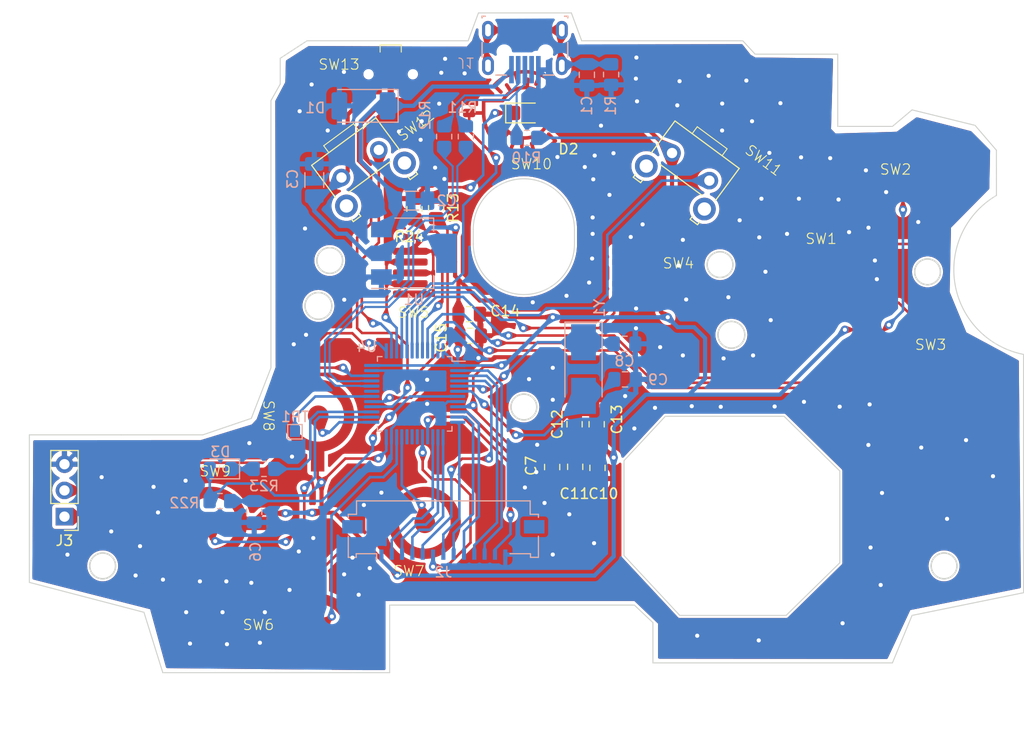
<source format=kicad_pcb>
(kicad_pcb (version 20221018) (generator pcbnew)
  (layers (0 "F.Cu" signal) (31 "B.Cu" signal) (34 "B.Paste" user) (35 "F.Paste" user) (36 "B.SilkS" user "B.Silkscreen") (37 "F.SilkS" user "F.Silkscreen") (38 "B.Mask" user) (39 "F.Mask" user) (44 "Edge.Cuts" user))
  (net 0 "")
  (net 1 "Net-(J1-Shield)")
  (net 2 "GND")
  (net 3 "VBUS")
  (net 4 "+3V3")
  (net 5 "Net-(U4-NRST)")
  (net 6 "/OSC_IN")
  (net 7 "Net-(D2-K)")
  (net 8 "Net-(D3-K)")
  (net 9 "/D-")
  (net 10 "/D+")
  (net 12 "/LEFT_X")
  (net 13 "/LEFT_Y")
  (net 14 "/LEFT_HALL")
  (net 15 "/LEFT_BTN")
  (net 16 "/MOTOR1")
  (net 17 "/RIGHT_X")
  (net 18 "/RIGHT_Y")
  (net 19 "/RIGHT_HALL")
  (net 20 "/RIGHT_BTN")
  (net 21 "/BTN_B")
  (net 22 "/MOTOR2")
  (net 23 "/SWDIO")
  (net 24 "/SWCLK")
  (net 25 "/UART_TX")
  (net 26 "/BTN_X")
  (net 27 "/BTN_Y")
  (net 28 "/BTN_A")
  (net 29 "/BTN_LM")
  (net 30 "/BTN_RM")
  (net 31 "/MCU_D+")
  (net 32 "/MCU_D-")
  (net 33 "/BTN_UP")
  (net 34 "/LED2")
  (net 35 "/BTN_DOWN")
  (net 36 "/BTN_LEFT")
  (net 37 "/BTN_RIGHT")
  (net 38 "/BTN_XBOX")
  (net 39 "/BTN_LB")
  (net 40 "/BTN_RB")
  (net 41 "/BTN_PAIR")
  (net 42 "/LED1")
  (net 43 "Net-(U4-BOOT0)")
  (net 44 "/OSC_OUT")
  (net 45 "/PB0")
  (net 46 "/PB1")
  (net 47 "/PB2")
  (footprint "button:touch" (layer "F.Cu") (at 171.9 101.6)
    (fp_text reference "SW4")
    (fp_text value "SW_Push" hide)
  )
  (footprint "button:click_lbrb" (layer "F.Cu") (at 176.9 91.4 -36.5)
    (fp_text reference "SW11")
    (fp_text value "SW_Push")
  )
  (footprint "Capacitor_SMD:C_0805_2012Metric_Pad1.18x1.45mm_HandSolder" (layer "F.Cu") (at 165.77 120.3975 -90)
    (fp_text reference "C11")
    (fp_text value "100nF")
  )
  (footprint "Capacitor_SMD:C_0805_2012Metric_Pad1.18x1.45mm_HandSolder" (layer "F.Cu") (at 165.71 116.2725 90)
    (fp_text reference "C12")
    (fp_text value "100nF")
  )
  (footprint "Capacitor_SMD:C_0805_2012Metric_Pad1.18x1.45mm_HandSolder" (layer "F.Cu") (at 155.6 107.7)
    (fp_text reference "C15")
    (fp_text value "1uF")
  )
  (footprint "button:touch-dpad" (layer "F.Cu") (at 151.2 125.825 180)
    (fp_text reference "SW7")
    (fp_text value "SW_Push")
  )
  (footprint "Capacitor_SMD:C_0805_2012Metric_Pad1.18x1.45mm_HandSolder" (layer "F.Cu") (at 163.54 120.42 -90)
    (fp_text reference "C7")
    (fp_text value "100nF")
  )
  (footprint "button:touch" (layer "F.Cu") (at 200.95 91.49375)
    (fp_text reference "SW2")
    (fp_text value "SW_Push" hide)
  )
  (footprint "Resistor_SMD:R_0805_2012Metric_Pad1.20x1.40mm_HandSolder" (layer "F.Cu") (at 150.2 95.4 90)
    (fp_text reference "R24")
    (fp_text value "10K")
  )
  (footprint "button:touch" (layer "F.Cu") (at 200.55 112.39375)
    (fp_text reference "SW3")
    (fp_text value "SW_Push" hide)
  )
  (footprint "button:click_pair" (layer "F.Cu") (at 147.9 82.3 180)
    (fp_text reference "SW13")
    (fp_text value "SW_Push")
  )
  (footprint "button:touch" (layer "F.Cu") (at 149.85 101.6)
    (fp_text reference "SW5")
    (fp_text value "SW_Push" hide)
  )
  (footprint "button:touch-dpad" (layer "F.Cu") (at 140.875 136.2 90)
    (fp_text reference "SW6")
    (fp_text value "SW_Push")
  )
  (footprint "button:touch" (layer "F.Cu") (at 189.85 101.99375)
    (fp_text reference "SW1")
    (fp_text value "SW_Push" hide)
  )
  (footprint "button:touch-dpad" (layer "F.Cu") (at 140.875 115.45 -90)
    (fp_text reference "SW8")
    (fp_text value "SW_Push")
  )
  (footprint "Capacitor_SMD:C_0805_2012Metric_Pad1.18x1.45mm_HandSolder" (layer "F.Cu") (at 167.93 120.5 -90)
    (fp_text reference "C10")
    (fp_text value "100nF")
  )
  (footprint "LED_SMD:LED_0805_2012Metric_Pad1.15x1.40mm_HandSolder" (layer "F.Cu") (at 160.9 86.1)
    (fp_text reference "D2")
    (fp_text value "LEDR")
  )
  (footprint "button:touch-dpad" (layer "F.Cu") (at 130.5 125.825)
    (fp_text reference "SW9")
    (fp_text value "SW_Push")
  )
  (footprint "Capacitor_SMD:C_0805_2012Metric_Pad1.18x1.45mm_HandSolder" (layer "F.Cu") (at 167.85 116.2725 90)
    (fp_text reference "C13")
    (fp_text value "4.7uF")
  )
  (footprint "Resistor_SMD:R_0805_2012Metric_Pad1.20x1.40mm_HandSolder" (layer "F.Cu") (at 152.3 95.3 -90)
    (fp_text reference "R13")
    (fp_text value "1K")
  )
  (footprint "Capacitor_SMD:C_0805_2012Metric_Pad1.18x1.45mm_HandSolder" (layer "F.Cu") (at 155.5 105.6)
    (fp_text reference "C14")
    (fp_text value "10nF")
  )
  (footprint "button:click_lbrb" (layer "F.Cu") (at 145 91.1 36.5)
    (fp_text reference "SW12")
    (fp_text value "SW_Push")
  )
  (footprint "Connector_PinHeader_2.54mm:PinHeader_1x03_P2.54mm_Vertical" (layer "F.Cu") (at 116.3 125.225 180)
    (fp_text reference "J3")
    (fp_text value "Conn_01x03_Pin")
  )
  (footprint "button:touch-xbox" (layer "F.Cu") (at 160.9 86.1 180)
    (fp_text reference "SW10")
    (fp_text value "SW_Push")
  )
  (footprint "Diode_SMD:D_2010_5025Metric_Pad1.52x2.65mm_HandSolder" (layer "B.Cu") (at 145.26 85.41 180)
    (fp_text reference "D1")
    (fp_text value "D")
  )
  (footprint "Package_TO_SOT_SMD:SOT-223-3_TabPin2" (layer "B.Cu") (at 150.15 99.7)
    (fp_text reference "U1")
    (fp_text value "AMS1117-3.3")
  )
  (footprint "Crystal:Crystal_SMD_5032-2Pin_5.0x3.2mm_HandSoldering" (layer "B.Cu") (at 166.575 110.925 -90)
    (fp_text reference "Y1")
    (fp_text value "8MHz")
  )
  (footprint "usb_micro:USB_MICRO" (layer "B.Cu") (at 160.9 79.025)
    (fp_text reference "J1")
    (fp_text value "USB_B_Micro" hide)
  )
  (footprint "Resistor_SMD:R_0805_2012Metric_Pad1.20x1.40mm_HandSolder" (layer "B.Cu") (at 135.625 120.6)
    (fp_text reference "R23")
    (fp_text value "1K")
  )
  (footprint "Capacitor_SMD:C_1206_3216Metric_Pad1.33x1.80mm_HandSolder" (layer "B.Cu") (at 140.5 92.6 90)
    (fp_text reference "C3")
    (fp_text value "22uF")
  )
  (footprint "LED_SMD:LED_0805_2012Metric_Pad1.15x1.40mm_HandSolder" (layer "B.Cu") (at 131.4 120.6 180)
    (fp_text reference "D3")
    (fp_text value "LEDR")
  )
  (footprint "TestPoint:TestPoint_Pad_1.0x1.0mm" (layer "B.Cu") (at 138.625 117 180)
    (fp_text reference "TP1")
    (fp_text value "TestPoint")
  )
  (footprint "Connector_FFC-FPC:Molex_200528-0130_1x13-1MP_P1.00mm_Horizontal" (layer "B.Cu") (at 153 128)
    (fp_text reference "J2")
    (fp_text value "Conn_01x13_Pin")
  )
  (footprint "Capacitor_SMD:C_0805_2012Metric_Pad1.18x1.45mm_HandSolder" (layer "B.Cu") (at 134.68 124.75 -90)
    (fp_text reference "C6")
    (fp_text value "100nF")
  )
  (footprint "Resistor_SMD:R_0805_2012Metric_Pad1.20x1.40mm_HandSolder" (layer "B.Cu") (at 131.36 123.72 180)
    (fp_text reference "R22")
    (fp_text value "10K")
  )
  (footprint "Resistor_SMD:R_0805_2012Metric_Pad1.20x1.40mm_HandSolder" (layer "B.Cu") (at 161.1 88.51 180)
    (fp_text reference "R10")
    (fp_text value "1.5K")
  )
  (footprint "Capacitor_SMD:C_1206_3216Metric_Pad1.33x1.80mm_HandSolder" (layer "B.Cu") (at 149.9 94.6)
    (fp_text reference "C2")
    (fp_text value "10uF")
  )
  (footprint "Capacitor_SMD:C_0805_2012Metric_Pad1.18x1.45mm_HandSolder" (layer "B.Cu") (at 170.6 111.925)
    (fp_text reference "C9")
    (fp_text value "10pF")
  )
  (footprint "Resistor_SMD:R_0805_2012Metric_Pad1.20x1.40mm_HandSolder" (layer "B.Cu") (at 169.25 82.375 -90)
    (fp_text reference "R1")
    (fp_text value "1M")
  )
  (footprint "Resistor_SMD:R_0805_2012Metric_Pad1.20x1.40mm_HandSolder" (layer "B.Cu") (at 155.18 88.39 90)
    (fp_text reference "R11")
    (fp_text value "22R")
  )
  (footprint "Capacitor_SMD:C_0805_2012Metric_Pad1.18x1.45mm_HandSolder" (layer "B.Cu") (at 166.9 82.4 -90)
    (fp_text reference "C1")
    (fp_text value "10nF")
  )
  (footprint "Resistor_SMD:R_0805_2012Metric_Pad1.20x1.40mm_HandSolder" (layer "B.Cu") (at 153.08 88.39 90)
    (fp_text reference "R12")
    (fp_text value "22R")
  )
  (footprint "Package_QFP:LQFP-48_7x7mm_P0.5mm" (layer "B.Cu") (at 150.225 113.325 180)
    (fp_text reference "U4")
    (fp_text value "STM32F103CBTx")
  )
  (footprint "Capacitor_SMD:C_0805_2012Metric_Pad1.18x1.45mm_HandSolder" (layer "B.Cu") (at 170.55 108.475)
    (fp_text reference "C8")
    (fp_text value "10pF")
  )
  (gr_line (start 137.2 83.3) (end 137.2 80.8) (stroke (width 0.1)) (layer "Edge.Cuts"))
  (gr_line (start 191.2 87.4) (end 191.2 80.4) (stroke (width 0.1)) (layer "Edge.Cuts"))
  (gr_line (start 136.3 84.9) (end 137.2 83.3) (stroke (width 0.1)) (layer "Edge.Cuts"))
  (gr_line (start 186 115.5) (end 174.5 115.5) (stroke (width 0.1)) (layer "Edge.Cuts"))
  (gr_line (start 165.7 98.8) (end 165.7 97.38) (stroke (width 0.1)) (layer "Edge.Cuts"))
  (gr_line (start 174.5 115.5) (end 170.5 119.8) (stroke (width 0.1)) (layer "Edge.Cuts"))
  (gr_line (start 183.2 80.4) (end 182 79.1) (stroke (width 0.1)) (layer "Edge.Cuts"))
  (gr_line (start 147.8 133.8) (end 147.8 140.35) (stroke (width 0.1)) (layer "Edge.Cuts"))
  (gr_line (start 175.9 134.8) (end 170.5 129) (stroke (width 0.1)) (layer "Edge.Cuts"))
  (gr_line (start 209.2 109.5) (end 209.2 132.6) (stroke (width 0.1)) (layer "Edge.Cuts"))
  (gr_line (start 155.9 97.38) (end 155.9 98.8) (stroke (width 0.1)) (layer "Edge.Cuts"))
  (gr_arc (start 155.9 97.38) (mid 160.8 92.48) (end 165.7 97.38) (stroke (width 0.1)) (layer "Edge.Cuts"))
  (gr_circle (center 201.5 130) (end 202.75 130) (stroke (width 0.15)) (fill none) (layer "Edge.Cuts"))
  (gr_line (start 191.4 120.8) (end 186 115.5) (stroke (width 0.1)) (layer "Edge.Cuts"))
  (gr_line (start 204.5 87.3) (end 198.4 85.8) (stroke (width 0.1)) (layer "Edge.Cuts"))
  (gr_line (start 137.2 80.8) (end 139.8 79.1) (stroke (width 0.1)) (layer "Edge.Cuts"))
  (gr_line (start 209.2 132.6) (end 198.4 134.8) (stroke (width 0.1)) (layer "Edge.Cuts"))
  (gr_circle (center 180.9 107.6) (end 182.2 107.6) (stroke (width 0.15)) (fill none) (layer "Edge.Cuts"))
  (gr_line (start 125.825 140.35) (end 124 134.5) (stroke (width 0.1)) (layer "Edge.Cuts"))
  (gr_circle (center 160.8 114.6) (end 162.05 114.6) (stroke (width 0.15)) (fill none) (layer "Edge.Cuts"))
  (gr_line (start 173.3 139.4) (end 173.3 135.5) (stroke (width 0.1)) (layer "Edge.Cuts"))
  (gr_line (start 170.5 119.8) (end 170.5 129) (stroke (width 0.1)) (layer "Edge.Cuts"))
  (gr_line (start 121.8 117.3) (end 129.7 117.3) (stroke (width 0.1)) (layer "Edge.Cuts"))
  (gr_circle (center 140.9 104.8) (end 142.2 104.8) (stroke (width 0.15)) (fill none) (layer "Edge.Cuts"))
  (gr_circle (center 199.9 101.5) (end 201.15 101.5) (stroke (width 0.15)) (fill none) (layer "Edge.Cuts"))
  (gr_line (start 156.4 76.4) (end 165.4 76.4) (stroke (width 0.1)) (layer "Edge.Cuts"))
  (gr_line (start 173.3 135.5) (end 171.5 133.8) (stroke (width 0.1)) (layer "Edge.Cuts"))
  (gr_line (start 196.5 87.4) (end 191.2 87.4) (stroke (width 0.1)) (layer "Edge.Cuts"))
  (gr_circle (center 142 100.4) (end 143.25 100.4) (stroke (width 0.15)) (fill none) (layer "Edge.Cuts"))
  (gr_arc (start 209.2 109.5) (mid 202.564285 102.704634) (end 206.572431 94.093916) (stroke (width 0.1)) (layer "Edge.Cuts"))
  (gr_line (start 196.5 139.4) (end 198.4 134.8) (stroke (width 0.1)) (layer "Edge.Cuts"))
  (gr_line (start 147.8 140.35) (end 125.825 140.35) (stroke (width 0.1)) (layer "Edge.Cuts"))
  (gr_line (start 166.4 79.1) (end 165.4 76.4) (stroke (width 0.1)) (layer "Edge.Cuts"))
  (gr_line (start 139.8 79.1) (end 155.4 79.1) (stroke (width 0.1)) (layer "Edge.Cuts"))
  (gr_line (start 191.4 129.7) (end 191.4 120.8) (stroke (width 0.1)) (layer "Edge.Cuts"))
  (gr_circle (center 179.8 100.8) (end 181.05 100.8) (stroke (width 0.15)) (fill none) (layer "Edge.Cuts"))
  (gr_line (start 171.5 133.8) (end 147.8 133.8) (stroke (width 0.1)) (layer "Edge.Cuts"))
  (gr_line (start 112.9 131.6) (end 112.9 117.3) (stroke (width 0.1)) (layer "Edge.Cuts"))
  (gr_line (start 136.3 110.8) (end 136.3 84.9) (stroke (width 0.1)) (layer "Edge.Cuts"))
  (gr_line (start 186.2 134.8) (end 175.9 134.8) (stroke (width 0.1)) (layer "Edge.Cuts"))
  (gr_line (start 196.5 139.4) (end 173.3 139.4) (stroke (width 0.1)) (layer "Edge.Cuts"))
  (gr_line (start 112.9 117.3) (end 121.8 117.3) (stroke (width 0.1)) (layer "Edge.Cuts"))
  (gr_line (start 191.4 129.7) (end 186.2 134.8) (stroke (width 0.1)) (layer "Edge.Cuts"))
  (gr_line (start 206.572431 94.093916) (end 206.57 89.71) (stroke (width 0.1)) (layer "Edge.Cuts"))
  (gr_line (start 191.2 80.4) (end 183.2 80.4) (stroke (width 0.1)) (layer "Edge.Cuts"))
  (gr_line (start 182 79.1) (end 166.4 79.1) (stroke (width 0.1)) (layer "Edge.Cuts"))
  (gr_line (start 155.4 79.1) (end 156.4 76.4) (stroke (width 0.1)) (layer "Edge.Cuts"))
  (gr_line (start 129.7 117.3) (end 134.4 115.7) (stroke (width 0.1)) (layer "Edge.Cuts"))
  (gr_circle (center 120 130) (end 121.25 130) (stroke (width 0.15)) (fill none) (layer "Edge.Cuts"))
  (gr_arc (start 165.7 98.8) (mid 160.8 103.7) (end 155.9 98.8) (stroke (width 0.1)) (layer "Edge.Cuts"))
  (gr_line (start 124 134.5) (end 112.9 131.6) (stroke (width 0.1)) (layer "Edge.Cuts"))
  (gr_line (start 204.5 87.3) (end 206.57 89.71) (stroke (width 0.1)) (layer "Edge.Cuts"))
  (gr_line (start 198.4 85.8) (end 196.5 87.4) (stroke (width 0.1)) (layer "Edge.Cuts"))
  (gr_line (start 134.4 115.7) (end 136.3 110.8) (stroke (width 0.1)) (layer "Edge.Cuts"))
  (segment (start 157.15 78.075) (end 157.15 81.525) (width 0.25) (layer "F.Cu") (net 1))
  (segment (start 164.3 78.075) (end 157.15 78.075) (width 0.25) (layer "F.Cu") (net 1))
  (segment (start 164.3 81.525) (end 164.3 78.075) (width 0.25) (layer "F.Cu") (net 1))
  (segment (start 166.9 81.3625) (end 169.2375 81.3625) (width 0.25) (layer "B.Cu") (net 1))
  (segment (start 166.7375 81.525) (end 166.9 81.3625) (width 0.25) (layer "B.Cu") (net 1))
  (segment (start 164.6375 81.3625) (end 164.475 81.525) (width 0.25) (layer "B.Cu") (net 1))
  (segment (start 166.9 81.3625) (end 164.6375 81.3625) (width 0.25) (layer "B.Cu") (net 1))
  (segment (start 169.2375 81.3625) (end 169.25 81.375) (width 0.25) (layer "B.Cu") (net 1))
  (segment (start 153.2055 92.49) (end 153.11 92.49) (width 0.4) (layer "F.Cu") (net 2))
  (segment (start 156.6375 109.613) (end 156.4 109.8505) (width 0.4) (layer "F.Cu") (net 2))
  (segment (start 165.71 114.56) (end 162.05 110.9) (width 0.4) (layer "F.Cu") (net 2))
  (segment (start 164.25 91.35) (end 171.02 98.12) (width 0.4) (layer "F.Cu") (net 2))
  (segment (start 167.93 121.5375) (end 167.93 124.57) (width 0.4) (layer "F.Cu") (net 2))
  (segment (start 163.54 121.4575) (end 162.5475 121.4575) (width 0.4) (layer "F.Cu") (net 2))
  (segment (start 168.915 115.235) (end 170.61 113.54) (width 0.4) (layer "F.Cu") (net 2))
  (segment (start 167.93 124.57) (end 163.6 128.9) (width 0.4) (layer "F.Cu") (net 2))
  (segment (start 171.67 105.0505) (end 171.67 106.96) (width 0.4) (layer "F.Cu") (net 2))
  (segment (start 157.0475 105.2025) (end 157.025 105.18) (width 0.25) (layer "F.Cu") (net 2))
  (segment (start 157.721371 110.01) (end 156.5595 110.01) (width 0.4) (layer "F.Cu") (net 2))
  (segment (start 165.71 115.235) (end 167.85 115.235) (width 0.4) (layer "F.Cu") (net 2))
  (segment (start 156.6375 105.7) (end 156.5375 105.6) (width 0.4) (layer "F.Cu") (net 2))
  (segment (start 152.01 92.49) (end 150.2 94.3) (width 0.4) (layer "F.Cu") (net 2))
  (segment (start 165.115 115.235) (end 165.71 115.235) (width 0.4) (layer "F.Cu") (net 2))
  (segment (start 165.71 115.235) (end 165.71 114.56) (width 0.4) (layer "F.Cu") (net 2))
  (segment (start 151.4345 111.96) (end 151.4345 114.295) (width 0.25) (layer "F.Cu") (net 2))
  (segment (start 154.3455 91.35) (end 153.2055 92.49) (width 0.4) (layer "F.Cu") (net 2))
  (segment (start 153.1 92.5) (end 153.09 92.49) (width 0.4) (layer "F.Cu") (net 2))
  (segment (start 118.645 120.145) (end 119.9 121.4) (width 0.25) (layer "F.Cu") (net 2))
  (segment (start 156.6375 107.7) (end 156.6375 105.7) (width 0.4) (layer "F.Cu") (net 2))
  (segment (start 153.09 92.49) (end 152.01 92.49) (width 0.4) (layer "F.Cu") (net 2))
  (segment (start 167.85 115.235) (end 168.915 115.235) (width 0.4) (layer "F.Cu") (net 2))
  (segment (start 156.6375 107.7) (end 156.6375 109.613) (width 0.4) (layer "F.Cu") (net 2))
  (segment (start 160.895 109.775) (end 157.956371 109.775) (width 0.4) (layer "F.Cu") (net 2))
  (segment (start 164.25 91.35) (end 154.3455 91.35) (width 0.4) (layer "F.Cu") (net 2))
  (segment (start 162.02 110.9) (end 160.895 109.775) (width 0.4) (layer "F.Cu") (net 2))
  (segment (start 167.93 121.5375) (end 163.62 121.5375) (width 0.4) (layer "F.Cu") (net 2))
  (segment (start 163.62 121.5375) (end 163.54 121.4575) (width 0.4) (layer "F.Cu") (net 2))
  (segment (start 156.5595 110.01) (end 156.4 109.8505) (width 0.4) (layer "F.Cu") (net 2))
  (segment (start 171.02 98.12) (end 171.15 98.12) (width 0.4) (layer "F.Cu") (net 2))
  (segment (start 116.3 120.145) (end 118.645 120.145) (width 0.25) (layer "F.Cu") (net 2))
  (segment (start 162.05 110.9) (end 162.02 110.9) (width 0.4) (layer "F.Cu") (net 2))
  (segment (start 164.25 91.35) (end 168.27 87.33) (width 0.4) (layer "F.Cu") (net 2))
  (segment (start 151.4345 114.295) (end 151.43 114.2995) (width 0.25) (layer "F.Cu") (net 2))
  (segment (start 157.956371 109.775) (end 157.721371 110.01) (width 0.4) (layer "F.Cu") (net 2))
  (segment (start 162.5475 121.4575) (end 162 120.91) (width 0.4) (layer "F.Cu") (net 2))
  (segment (start 150.2 94.3) (end 150.2 94.4) (width 0.4) (layer "F.Cu") (net 2))
  (segment (start 153.11 92.49) (end 153.1 92.5) (width 0.4) (layer "F.Cu") (net 2))
  (segment (start 162.09 118.26) (end 165.115 115.235) (width 0.4) (layer "F.Cu") (net 2))
  (segment (start 171.67 106.96) (end 171.66 106.97) (width 0.4) (layer "F.Cu") (net 2))
  (via (at 171.15 98.12) (size 0.8) (drill 0.4) (layers "F.Cu" "B.Cu") (net 2))
  (via (at 162.09 118.26) (size 0.8) (drill 0.4) (layers "F.Cu" "B.Cu") (net 2))
  (via (at 152.2 91.4) (size 0.8) (drill 0.4) (layers "F.Cu" "B.Cu") (net 2))
  (via (at 160.9 122.4) (size 0.8) (drill 0.4) (layers "F.Cu" "B.Cu") (net 2))
  (via (at 150.8 88.7) (size 0.8) (drill 0.4) (layers "F.Cu" "B.Cu") (net 2))
  (via (at 184.58 89.97) (size 0.8) (drill 0.4) (layers "F.Cu" "B.Cu") (net 2))
  (via (at 171.5 116.68) (size 0.8) (drill 0.4) (layers "F.Cu" "B.Cu") (net 2))
  (via (at 163.6 128.9) (size 0.8) (drill 0.4) (layers "F.Cu" "B.Cu") (net 2))
  (via (at 185.65 85.15) (size 0.8) (drill 0.4) (layers "F.Cu" "B.Cu") (net 2))
  (via (at 138.51 108.52) (size 0.8) (drill 0.4) (layers "F.Cu" "B.Cu") (net 2))
  (via (at 182.35 82.96) (size 0.8) (drill 0.4) (layers "F.Cu" "B.Cu") (net 2))
  (via (at 150.9 86.9) (size 0.8) (drill 0.4) (layers "F.Cu" "B.Cu") (net 2))
  (via (at 164.05 90.37) (size 0.8) (drill 0.4) (layers "F.Cu" "B.Cu") (net 2))
  (via (at 140.24 83.34) (size 0.8) (drill 0.4) (layers "F.Cu" "B.Cu") (net 2))
  (via (at 128.46 137.53) (size 0.8) (drill 0.4) (layers "F.Cu" "B.Cu") (net 2))
  (via (at 128.09 134.49) (size 0.8) (drill 0.4) (layers "F.Cu" "B.Cu") (net 2))
  (via (at 195.89 93.77) (size 0.8) (drill 0.4) (layers "F.Cu" "B.Cu") (net 2))
  (via (at 119.9 121.4) (size 0.8) (drill 0.4) (layers "F.Cu" "B.Cu") (net 2))
  (via (at 175.79 100.89) (size 0.8) (drill 0.4) (layers "F.Cu" "B.Cu") (net 2))
  (via (at 183.81 94.41) (size 0.8) (drill 0.4) (layers "F.Cu" "B.Cu") (net 2))
  (via (at 180.14 109.89) (size 0.8) (drill 0.4) (layers "F.Cu" "B.Cu") (net 2))
  (via (at 183.55 137.22) (size 0.8) (drill 0.4) (layers "F.Cu" "B.Cu") (net 2))
  (via (at 191.28 94.49) (size 0.8) (drill 0.4) (layers "F.Cu" "B.Cu") (net 2))
  (via (at 191.39 114.57) (size 0.8) (drill 0.4) (layers "F.Cu" "B.Cu") (net 2))
  (via (at 194.29 114.35) (size 0.8) (drill 0.4) (layers "F.Cu" "B.Cu") (net 2))
  (via (at 129.42 131.5) (size 0.8) (drill 0.4) (layers "F.Cu" "B.Cu") (net 2))
  (via (at 143.39 130.82) (size 0.8) (drill 0.4) (layers "F.Cu" "B.Cu") (net 2))
  (via (at 183 109.6) (size 0.8) (drill 0.4) (layers "F.Cu" "B.Cu") (net 2))
  (via (at 195.36 131.85) (size 0.8) (drill 0.4) (layers "F.Cu" "B.Cu") (net 2))
  (via (at 199 96.67) (size 0.8) (drill 0.4) (layers "F.Cu" "B.Cu") (net 2))
  (via (at 171.76 84.97) (size 0.8) (drill 0.4) (layers "F.Cu" "B.Cu") (net 2))
  (via (at 176.2 98.4) (size 0.8) (drill 0.4) (layers "F.Cu" "B.Cu") (net 2))
  (via (at 171.65 82.77) (size 0.8) (drill 0.4) (layers "F.Cu" "B.Cu") (net 2))
  (via (at 128.03 121.74) (size 0.8) (drill 0.4) (layers "F.Cu" "B.Cu") (net 2))
  (via (at 168.27 87.33) (size 0.8) (drill 0.4) (layers "F.Cu" "B.Cu") (net 2))
  (via (at 145.87 130.22) (size 0.8) (drill 0.4) (layers "F.Cu" "B.Cu") (net 2))
  (via (at 132.04 137.59) (size 0.8) (drill 0.4) (layers "F.Cu" "B.Cu") (net 2))
  (via (at 167.52 92.53) (size 0.8) (drill 0.4) (layers "F.Cu" "B.Cu") (net 2))
  (via (at 167.12 102.54) (size 0.8) (drill 0.4) (layers "F.Cu" "B.Cu") (net 2))
  (via (at 162.8 123.9) (size 0.8) (drill 0.4) (layers "F.Cu" "B.Cu") (net 2))
  (via (at 192.3 97.65) (size 0.8) (drill 0.4) (layers "F.Cu" "B.Cu") (net 2))
  (via (at 178.7 82.5) (size 0.8) (drill 0.4) (layers "F.Cu" "B.Cu") (net 2))
  (via (at 153.17 80.85) (size 0.8) (drill 0.4) (layers "F.Cu" "B.Cu") (net 2))
  (via (at 151.43 114.2995) (size 0.8) (drill 0.4) (layers "F.Cu" "B.Cu") (net 2))
  (via (at 135.23 137.45) (size 0.8) (drill 0.4) (layers "F.Cu" "B.Cu") (net 2))
  (via (at 203.63 117.81) (size 0.8) (drill 0.4) (layers "F.Cu" "B.Cu") (net 2))
  (via (at 190.47 90.48) (size 0.8) (drill 0.4) (layers "F.Cu" "B.Cu") (net 2))
  (via (at 138.1 132.33) (size 0.8) (drill 0.4) (layers "F.Cu" "B.Cu") (net 2))
  (via (at 125.84 131.33) (size 0.8) (drill 0.4) (layers "F.Cu" "B.Cu") (net 2))
  (via (at 155.06 82.26) (size 0.8) (drill 0.4) (layers "F.Cu" "B.Cu") (net 2))
  (via (at 199.29 118.53) (size 0.8) (drill 0.4) (layers "F.Cu" "B.Cu") (net 2))
  (via (at 193.93 91.66) (size 0.8) (drill 0.4) (layers "F.Cu" "B.Cu") (net 2))
  (via (at 152.6 85.2) (size 0.8) (drill 0.4) (layers "F.Cu" "B.Cu") (net 2))
  (via (at 162 120.91) (size 0.8) (drill 0.4) (layers "F.Cu" "B.Cu") (net 2))
  (via (at 177.59 136.77) (size 0.8) (drill 0.4) (layers "F.Cu" "B.Cu") (net 2))
  (via (at 175.88 83.02) (size 0.8) (drill 0.4) (layers "F.Cu" "B.Cu") (net 2))
  (via (at 125.36 124.82) (size 0.8) (drill 0.4) (layers "F.Cu" "B.Cu") (net 2))
  (via (at 186.29 97.82) (size 0.8) (drill 0.4) (layers "F.Cu" "B.Cu") (net 2))
  (via (at 120.83 126.66) (size 0.8) (drill 0.4) (layers "F.Cu" "B.Cu") (net 2))
  (via (at 166.7 91.34) (size 0.8) (drill 0.4) (layers "F.Cu" "B.Cu") (net 2))
  (via (at 173.5 114.68) (size 0.8) (drill 0.4) (layers "F.Cu" "B.Cu") (net 2))
  (via (at 139.7 107.6) (size 0.8) (drill 0.4) (layers "F.Cu" "B.Cu") (net 2))
  (via (at 131.98 131.5) (size 0.8) (drill 0.4) (layers "F.Cu" "B.Cu") (net 2))
  (via (at 153.1 92.5) (size 0.8) (drill 0.4) (layers "F.Cu" "B.Cu") (net 2))
  (via (at 184.71 106.18) (size 0.8) (drill 0.4) (layers "F.Cu" "B.Cu") (net 2))
  (via (at 176.2 109.6) (size 0.8) (drill 0.4) (layers "F.Cu" "B.Cu") (net 2))
  (via (at 167.6 127.8) (size 0.8) (drill 0.4) (layers "F.Cu" "B.Cu") (net 2))
  (via (at 183.6 98.16) (size 0.8) (drill 0.4) (layers "F.Cu" "B.Cu") (net 2))
  (via (at 165.2 125) (size 0.8) (drill 0.4) (layers "F.Cu" "B.Cu") (net 2))
  (via (at 152.8 82.2) (size 0.8) (drill 0.4) (layers "F.Cu" "B.Cu") (net 2))
  (via (at 201.79 125.44) (size 0.8) (drill 0.4) (layers "F.Cu" "B.Cu") (net 2))
  (via (at 171.67 105.0505) (size 0.8) (drill 0.4) (layers "F.Cu" "B.Cu") (net 2))
  (via (at 171.7 80.73) (size 0.8) (drill 0.4) (layers "F.Cu" "B.Cu") (net 2))
  (via (at 167.66 90.23) (size 0.8) (drill 0.4) (layers "F.Cu" "B.Cu") (net 2))
  (via (at 194.18 97.22) (size 0.8) (drill 0.4) (layers "F.Cu" "B.Cu") (net 2))
  (via (at 175.66 85.36) (size 0.8) (drill 0.4) (layers "F.Cu" "B.Cu") (net 2))
  (via (at 167.41 100.21) (size 0.8) (drill 0.4) (layers "F.Cu" "B.Cu") (net 2))
  (via (at 176.52 104.18) (size 0.8) (drill 0.4) (layers "F.Cu" "B.Cu") (net 2))
  (via (at 180.01 85.19) (size 0.8) (drill 0.4) (layers "F.Cu" "B.Cu") (net 2))
  (via (at 167.46 97.82) (size 0.8) (drill 0.4) (layers "F.Cu" "B.Cu") (net 2))
  (via (at 139 128.6) (size 0.8) (drill 0.4) (layers "F.Cu" "B.Cu") (net 2))
  (via (at 187.93 114.1) (size 0.8) (drill 0.4) (layers "F.Cu" "B.Cu") (net 2))
  (via (at 139.08 85.93) (size 0.8) (drill 0.4) (layers "F.Cu" "B.Cu") (net 2))
  (via (at 195.49 122.93) (size 0.8) (drill 0.4) (layers "F.Cu" "B.Cu") (net 2))
  (via (at 148.7 87.9) (size 0.8) (drill 0.4) (layers "F.Cu" "B.Cu") (net 2))
  (via (at 164.93 103.82) (size 0.8) (drill 0.4) (layers "F.Cu" "B.Cu") (net 2))
  (via (at 144.8 132.8) (size 0.8) (drill 0.4) (layers "F.Cu" "B.Cu") (net 2))
  (via (at 194.38 128.22) (size 0.8) (drill 0.4) (layers "F.Cu" "B.Cu") (net 2))
  (via (at 194.8 100.4) (size 0.8) (drill 0.4) (layers "F.Cu" "B.Cu") (net 2))
  (via (at 171.66 106.97) (size 0.8) (drill 0.4) (layers "F.Cu" "B.Cu") (net 2))
  (via (at 124.93 122.34) (size 0.8) (drill 0.4) (layers "F.Cu" "B.Cu") (net 2))
  (via (at 134.21 118.1) (size 0.8) (drill 0.4) (layers "F.Cu" "B.Cu") (net 2))
  (via (at 163.6 113.9) (size 0.8) (drill 0.4) (layers "F.Cu" "B.Cu") (net 2))
  (via (at 182.9 86.9) (size 0.8) (drill 0.4) (layers "F.Cu" "B.Cu") (net 2))
  (via (at 131.61 134.49) (size 0.8) (drill 0.4) (layers "F.Cu" "B.Cu") (net 2))
  (via (at 145.3 124.1) (size 0.8) (drill 0.4) (layers "F.Cu" "B.Cu") (net 2))
  (via (at 169.09 94.04) (size 0.8) (drill 0.4) (layers "F.Cu" "B.Cu") (net 2))
  (via (at 187.65 90.4) (size 0.8) (drill 0.4) (layers "F.Cu" "B.Cu") (net 2))
  (via (at 206.24 121.31) (size 0.8) (drill 0.4) (layers "F.Cu" "B.Cu") (net 2))
  (via (at 167.46 96.23) (size 0.8) (drill 0.4) (layers "F.Cu" "B.Cu") (net 2))
  (via (at 123.62 128.09) (size 0.8) (drill 0.4) (layers "F.Cu" "B.Cu") (net 2))
  (via (at 179.87 114.58) (size 0.8) (drill 0.4) (layers "F.Cu" "B.Cu") (net 2))
  (via (at 134.4 131.64) (size 0.8) (drill 0.4) (layers "F.Cu" "B.Cu") (net 2))
  (via (at 170.61 113.54) (size 0.8) (drill 0.4) (layers "F.Cu" "B.Cu") (net 2))
  (via (at 185.09 114.55) (size 0.8) (drill 0.4) (layers "F.Cu" "B.Cu") (net 2))
  (via (at 180.61 103.96) (size 0.8) (drill 0.4) (layers "F.Cu" "B.Cu") (net 2))
  (via (at 116.59 128.91) (size 0.8) (drill 0.4) (layers "F.Cu" "B.Cu") (net 2))
  (via (at 180 87.8) (size 0.8) (drill 0.4) (layers "F.Cu" "B.Cu") (net 2))
  (via (at 156.4 109.8505) (size 0.8) (drill 0.4) (layers "F.Cu" "B.Cu") (net 2))
  (via (at 139.6 97.3) (size 0.8) (drill 0.4) (layers "F.Cu" "B.Cu") (net 2))
  (via (at 138.34 119.41) (size 0.8) (drill 0.4) (layers "F.Cu" "B.Cu") (net 2))
  (via (at 161.66 104.45) (size 0.8) (drill 0.4) (layers "F.Cu" "B.Cu") (net 2))
  (via (at 187.44 94.41) (size 0.8) (drill 0.4) (layers "F.Cu" "B.Cu") (net 2))
  (via (at 163.6 110.8) (size 0.8) (drill 0.4) (layers "F.Cu" "B.Cu") (net 2))
  (via (at 177.06 114.52) (size 0.8) (drill 0.4) (layers "F.Cu" "B.Cu") (net 2))
  (via (at 151.4345 111.96) (size 0.8) (drill 0.4) (layers "F.Cu" "B.Cu") (net 2))
  (via (at 135.71 134.49) (size 0.8) (drill 0.4) (layers "F.Cu" "B.Cu") (net 2))
  (via (at 191.67 135.56) (size 0.8) (drill 0.4) (layers "F.Cu" "B.Cu") (net 2))
  (via (at 140.4 127.3) (size 0.8) (drill 0.4) (layers "F.Cu" "B.Cu") (net 2))
  (via (at 172.3 96.9) (size 0.8) (drill 0.4) (layers "F.Cu" "B.Cu") (net 2))
  (via (at 184.2 101.49) (size 0.8) (drill 0.4) (layers "F.Cu" "B.Cu") (net 2))
  (via (at 123.19 130.93) (size 0.8) (drill 0.4) (layers "F.Cu" "B.Cu") (net 2))
  (via (at 194.17 118.28) (size 0.8) (drill 0.4) (layers "F.Cu" "B.Cu") (net 2))
  (via (at 147 122.9) (size 0.8) (drill 0.4) (layers "F.Cu" "B.Cu") (net 2))
  (via (at 181.7 96.5) (size 0.8) (drill 0.4) (layers "F.Cu" "B.Cu") (net 2))
  (via (at 143.37 82.12) (size 0.8) (drill 0.4) (layers "F.Cu" "B.Cu") (net 2))
  (via (at 194.99 102.21) (size 0.8) (drill 0.4) (layers "F.Cu" "B.Cu") (net 2))
  (via (at 161.3 111.9) (size 0.8) (drill 0.4) (layers "F.Cu" "B.Cu") (net 2))
  (via (at 141.8 87.8) (size 0.8) (drill 0.4) (layers "F.Cu" "B.Cu") (net 2))
  (via (at 169.48 90) (size 0.8) (drill 0.4) (layers "F.Cu" "B.Cu") (net 2))
  (via (at 143.4 104.2) (size 0.8) (drill 0.4) (layers "F.Cu" "B.Cu") (net 2))
  (via (at 144.2 129.2) (size 0.8) (drill 0.4) (layers "F.Cu" "B.Cu") (net 2))
  (via (at 174 108.8) (size 0.8) (drill 0.4) (layers "F.Cu" "B.Cu") (net 2))
  (segment (start 163.7625 83.4375) (end 162.225 81.9) (width 0.4) (layer "B.Cu") (net 2))
  (segment (start 147.975 119.625) (end 147.975 117.4875) (width 0.25) (layer "B.Cu") (net 2))
  (segment (start 146.0625 111.075) (end 150.5495 111.075) (width 0.25) (layer "B.Cu") (net 2))
  (segment (start 151.4625 94.6) (end 151.4625 94.233) (width 0.25) (layer "B.Cu") (net 2))
  (segment (start 152.11 114.99) (end 149.669315 114.99) (width 0.25) (layer "B.Cu") (net 2))
  (segment (start 152.475 108.359315) (end 153.024315 107.81) (width 0.25) (layer "B.Cu") (net 2))
  (segment (start 171.67 105.0505) (end 171.67 98.64) (width 0.4) (layer "B.Cu") (net 2))
  (segment (start 138.78 102.38) (end 138.78 100.6) (width 0.4) (layer "B.Cu") (net 2))
  (segment (start 151.43 114.31) (end 152.11 114.99) (width 0.25) (layer "B.Cu") (net 2))
  (segment (start 138.78 92) (end 138.78 88.58) (width 0.4) (layer "B.Cu") (net 2))
  (segment (start 155.71 109.26) (end 156.3005 109.8505) (width 0.25) (layer "B.Cu") (net 2))
  (segment (start 171.67 98.64) (end 171.15 98.12) (width 0.4) (layer "B.Cu") (net 2))
  (segment (start 152.510305 114.99) (end 152.11 114.99) (width 0.25) (layer "B.Cu") (net 2))
  (segment (start 139.7 129.6) (end 141.5 127.8) (width 0.25) (layer "B.Cu") (net 2))
  (segment (start 150.5495 111.075) (end 151.4345 111.96) (width 0.25) (layer "B.Cu") (net 2))
  (segment (start 124.3325 125.7875) (end 124.31 125.81) (width 0.25) (layer "B.Cu") (net 2))
  (segment (start 171.66 106.97) (end 171.66 108.4025) (width 0.4) (layer "B.Cu") (net 2))
  (segment (start 171.6375 111.925) (end 171.6375 108.525) (width 0.4) (layer "B.Cu") (net 2))
  (segment (start 137.4 116.99) (end 135.15 119.24) (width 0.4) (layer "B.Cu") (net 2))
  (segment (start 145.7 102) (end 147 102) (width 0.4) (layer "B.Cu") (net 2))
  (segment (start 147.975 116.684315) (end 147.975 117.4875) (width 0.25) (layer "B.Cu") (net 2))
  (segment (start 138.78 100.6) (end 138.78 98.5825) (width 0.4) (layer "B.Cu") (net 2))
  (segment (start 146.9 120.7) (end 147.975 119.625) (width 0.25) (layer "B.Cu") (net 2))
  (segment (start 138.78 100.6) (end 138.8 100.6) (width 0.4) (layer "B.Cu") (net 2))
  (segment (start 138.78 88.58) (end 140.58 86.78) (width 0.4) (layer "B.Cu") (net 2))
  (segment (start 156.3005 109.8505) (end 156.4 109.8505) (width 0.25) (layer "B.Cu") (net 2))
  (segment (start 170.61 112.9525) (end 171.6375 111.925) (width 0.4) (layer "B.Cu") (net 2))
  (segment (start 166.9 83.4375) (end 169.1875 83.4375) (width 0.4) (layer "B.Cu") (net 2))
  (segment (start 138.78 92) (end 138.78 92.6175) (width 0.4) (layer "B.Cu") (net 2))
  (segment (start 145.2 102.5) (end 145.7 102) (width 0.4) (layer "B.Cu") (net 2))
  (segment (start 152.475 109.1625) (end 152.475 108.359315) (width 0.25) (layer "B.Cu") (net 2))
  (segment (start 153.024315 107.81) (end 154.26 107.81) (width 0.25) (layer "B.Cu") (net 2))
  (segment (start 162 120.91) (end 162 118.35) (width 0.4) (layer "B.Cu") (net 2))
  (segment (start 137.4 103.76) (end 137.4 116.99) (width 0.4) (layer "B.Cu") (net 2))
  (segment (start 162 118.35) (end 162.09 118.26) (width 0.4) (layer "B.Cu") (net 2))
  (segment (start 152.2 92.5) (end 151.4625 93.2375) (width 0.4) (layer "B.Cu") (net 2))
  (segment (start 140.58 86.78) (end 140.5 86.86) (width 0.4) (layer "B.Cu") (net 2))
  (segment (start 169.25 83.375) (end 169.25 86.36) (width 0.4) (layer "B.Cu") (net 2))
  (segment (start 171.6375 108.525) (end 171.5875 108.475) (width 0.4) (layer "B.Cu") (net 2))
  (segment (start 138.8 100.6) (end 140.7 102.5) (width 0.4) (layer "B.Cu") (net 2))
  (segment (start 163.59 128.91) (end 159 128.91) (width 0.4) (layer "B.Cu") (net 2))
  (segment (start 124.31 125.81) (end 128.1 129.6) (width 0.25) (layer "B.Cu") (net 2))
  (segment (start 140.7 102.5) (end 145.2 102.5) (width 0.4) (layer "B.Cu") (net 2))
  (segment (start 119.9 121.4) (end 124.31 125.81) (width 0.25) (layer "B.Cu") (net 2))
  (segment (start 151.4625 93.2375) (end 151.4625 94.6) (width 0.4) (layer "B.Cu") (net 2))
  (segment (start 141.5 127.8) (end 141.5 124.061396) (width 0.25) (layer "B.Cu") (net 2))
  (segment (start 138.78 102.38) (end 137.4 103.76) (width 0.4) (layer "B.Cu") (net 2))
  (segment (start 166.9 83.4375) (end 163.7625 83.4375) (width 0.4) (layer "B.Cu") (net 2))
  (segment (start 149.669315 114.99) (end 147.975 116.684315) (width 0.25) (layer "B.Cu") (net 2))
  (segment (start 170.61 113.54) (end 170.61 112.9525) (width 0.4) (layer "B.Cu") (net 2))
  (segment (start 153.425305 114.075) (end 152.510305 114.99) (width 0.25) (layer "B.Cu") (net 2))
  (segment (start 128.1 129.6) (end 139.7 129.6) (width 0.25) (layer "B.Cu") (net 2))
  (segment (start 168.27 87.33) (end 168.28 87.33) (width 0.4) (layer "B.Cu") (net 2))
  (segment (start 154.26 107.81) (end 155.71 109.26) (width 0.25) (layer "B.Cu") (net 2))
  (segment (start 168.28 87.33) (end 169.25 86.36) (width 0.4) (layer "B.Cu") (net 2))
  (segment (start 153.1 92.5) (end 152.2 92.5) (width 0.4) (layer "B.Cu") (net 2))
  (segment (start 163.6 128.9) (end 163.59 128.91) (width 0.4) (layer "B.Cu") (net 2))
  (segment (start 140.5 86.86) (end 140.5 91.0375) (width 0.4) (layer "B.Cu") (net 2))
  (segment (start 134.68 125.7875) (end 124.3325 125.7875) (width 0.25) (layer "B.Cu") (net 2))
  (segment (start 138.78 98.5825) (end 138.78 92) (width 0.4) (layer "B.Cu") (net 2))
  (segment (start 171.66 108.4025) (end 171.5875 108.475) (width 0.4) (layer "B.Cu") (net 2))
  (segment (start 151.43 114.2995) (end 151.43 114.31) (width 0.25) (layer "B.Cu") (net 2))
  (segment (start 117.205 119.24) (end 116.3 120.145) (width 0.4) (layer "B.Cu") (net 2))
  (segment (start 154.3875 114.075) (end 153.425305 114.075) (width 0.25) (layer "B.Cu") (net 2))
  (segment (start 141.5 124.061396) (end 144.861396 120.7) (width 0.25) (layer "B.Cu") (net 2))
  (segment (start 140.58 86.78) (end 141.95 85.41) (width 0.4) (layer "B.Cu") (net 2))
  (segment (start 144.861396 120.7) (end 146.9 120.7) (width 0.25) (layer "B.Cu") (net 2))
  (segment (start 141.95 85.41) (end 142.9225 85.41) (width 0.4) (layer "B.Cu") (net 2))
  (segment (start 135.15 119.24) (end 117.205 119.24) (width 0.4) (layer "B.Cu") (net 2))
  (segment (start 148.3375 94.6) (end 148.3375 96.0625) (width 0.4) (layer "B.Cu") (net 3))
  (segment (start 159.575 81.925) (end 159.575 81.9) (width 0.4) (layer "B.Cu") (net 3))
  (segment (start 146.49 85.41) (end 145 86.9) (width 0.4) (layer "B.Cu") (net 3))
  (segment (start 145 86.9) (end 145 90.75) (width 0.4) (layer "B.Cu") (net 3))
  (segment (start 151.98 83.54) (end 157.96 83.54) (width 0.4) (layer "B.Cu") (net 3))
  (segment (start 147.5975 85.41) (end 150.11 85.41) (width 0.4) (layer "B.Cu") (net 3))
  (segment (start 157.96 83.54) (end 159.575 81.925) (width 0.4) (layer "B.Cu") (net 3))
  (segment (start 147.5975 85.41) (end 146.49 85.41) (width 0.4) (layer "B.Cu") (net 3))
  (segment (start 148.3375 96.0625) (end 147 97.4) (width 0.4) (layer "B.Cu") (net 3))
  (segment (start 148.405 85.41) (end 147.5975 85.41) (width 0.4) (layer "B.Cu") (net 3))
  (segment (start 150.11 85.41) (end 151.98 83.54) (width 0.4) (layer "B.Cu") (net 3))
  (segment (start 148.3375 94.0875) (end 148.3375 94.6) (width 0.4) (layer "B.Cu") (net 3))
  (segment (start 145 90.75) (end 148.3375 94.0875) (width 0.4) (layer "B.Cu") (net 3))
  (segment (start 200.9 91.5) (end 203.11875 91.5) (width 0.25) (layer "F.Cu") (net 4))
  (segment (start 202.71875 112.4) (end 202.725 112.39375) (width 0.25) (layer "F.Cu") (net 4))
  (segment (start 154.4625 105.6) (end 154.4625 102.2225) (width 0.4) (layer "F.Cu") (net 4))
  (segment (start 200.9 93.54375) (end 203.119867 93.54375) (width 0.25) (layer "F.Cu") (net 4))
  (segment (start 189.8 104.04375) (end 192.019867 104.04375) (width 0.25) (layer "F.Cu") (net 4))
  (segment (start 154.5625 107.7) (end 154.5625 108.8775) (width 0.4) (layer "F.Cu") (net 4))
  (segment (start 152.06875 101.60625) (end 152.075 101.6) (width 0.25) (layer "F.Cu") (net 4))
  (segment (start 143.73184 86.26566) (end 143.73184 91.757966) (width 0.4) (layer "F.Cu") (net 4))
  (segment (start 143.73184 86.26566) (end 146.6725 83.325) (width 0.4) (layer "F.Cu") (net 4))
  (segment (start 140.29 124.85) (end 142.47 124.85) (width 0.4) (layer "F.Cu") (net 4))
  (segment (start 140.76 124.85) (end 141.2 124.41) (width 0.4) (layer "F.Cu") (net 4))
  (segment (start 154.5625 107.7) (end 154.5625 105.7) (width 0.4) (layer "F.Cu") (net 4))
  (segment (start 167.85 117.31) (end 165.71 117.31) (width 0.4) (layer "F.Cu") (net 4))
  (segment (start 200.5 114.44375) (end 202.719867 114.44375) (width 0.25) (layer "F.Cu") (net 4))
  (segment (start 157.88 104.28) (end 156.52 104.28) (width 0.4) (layer "F.Cu") (net 4))
  (segment (start 202.725 108.925) (end 202.725 110.29375) (width 0.25) (layer "F.Cu") (net 4))
  (segment (start 154.1345 101.8945) (end 154.43 102.19) (width 0.4) (layer "F.Cu") (net 4))
  (segment (start 191.89 107.11) (end 192 107) (width 0.4) (layer "F.Cu") (net 4))
  (segment (start 166.3 86.1) (end 171.269541 86.1) (width 0.4) (layer "F.Cu") (net 4))
  (segment (start 140.925 132.25) (end 140.925 130.650405) (width 0.25) (layer "F.Cu") (net 4))
  (segment (start 174.6 105.9) (end 174.075 105.375) (width 0.4) (layer "F.Cu") (net 4))
  (segment (start 146.06 126.965) (end 147.25 125.775) (width 0.4) (layer "F.Cu") (net 4))
  (segment (start 150.7 98.1) (end 150.8 98.2) (width 0.4) (layer "F.Cu") (net 4))
  (segment (start 171.85 99.50625) (end 174.06875 99.50625) (width 0.25) (layer "F.Cu") (net 4))
  (segment (start 146.7 119.6) (end 143.5 119.6) (width 0.25) (layer "F.Cu") (net 4))
  (segment (start 148.3 81.5) (end 147.6 81.5) (width 0.25) (layer "F.Cu") (net 4))
  (segment (start 154.4625 102.2225) (end 154.43 102.19) (width 0.4) (layer "F.Cu") (net 4))
  (segment (start 142.47 124.85) (end 145.66 128.04) (width 0.4) (layer "F.Cu") (net 4))
  (segment (start 174.06875 101.60625) (end 174.075 101.6) (width 0.25) (layer "F.Cu") (net 4))
  (segment (start 152.069867 103.65) (end 152.075 103.644867) (width 0.25) (layer "F.Cu") (net 4))
  (segment (start 145.66 128.04) (end 146.06 128.44) (width 0.4) (layer "F.Cu") (net 4))
  (segment (start 202.719867 114.44375) (end 202.725 114.438617) (width 0.25) (layer "F.Cu") (net 4))
  (segment (start 140.825 119.4) (end 140.825 121.525) (width 0.25) (layer "F.Cu") (net 4))
  (segment (start 149.85 99.50625) (end 149.41625 99.50625) (width 0.25) (layer "F.Cu") (net 4))
  (segment (start 171.85 103.65) (end 174.069867 103.65) (width 0.25) (layer "F.Cu") (net 4))
  (segment (start 202.725 110.29375) (end 202.725 114.438617) (width 0.25) (layer "F.Cu") (net 4))
  (segment (start 171.269541 86.1) (end 175.150804 89.981263) (width 0.4) (layer "F.Cu") (net 4))
  (segment (start 148.9 98.1) (end 150.7 98.1) (width 0.4) (layer "F.Cu") (net 4))
  (segment (start 200.5 110.3) (end 202.71875 110.3) (width 0.25) (layer "F.Cu") (net 4))
  (segment (start 175.150804 95.349196) (end 175.150804 89.981263) (width 0.4) (layer "F.Cu") (net 4))
  (segment (start 193.87 107.11) (end 191.89 107.11) (width 0.25) (layer "F.Cu") (net 4))
  (segment (start 143.73184 91.757966) (end 143.13184 92.357966) (width 0.4) (layer "F.Cu") (net 4))
  (segment (start 146.6725 82.4275) (end 146.6725 83.325) (width 0.25) (layer "F.Cu") (net 4))
  (segment (start 192.01875 99.9) (end 192.025 99.89375) (width 0.25) (layer "F.Cu") (net 4))
  (segment (start 192.025 104.038617) (end 192.486383 104.5) (width 0.25) (layer "F.Cu") (net 4))
  (segment (start 201.9 108.1) (end 202.725 108.925) (width 0.25) (layer "F.Cu") (net 4))
  (segment (start 158.51 110.7) (end 158.635 110.575) (width 0.25) (layer "F.Cu") (net 4))
  (segment (start 149.805133 103.644867) (end 149.8 103.65) (width 0.25) (layer "F.Cu") (net 4))
  (segment (start 202.71875 110.3) (end 202.725 110.29375) (width 0.25) (layer "F.Cu") (net 4))
  (segment (start 152.04375 101.60625) (end 152.05 101.6) (width 0.25) (layer "F.Cu") (net 4))
  (segment (start 156.89 110.71) (end 156.89 110.7) (width 0.25) (layer "F.Cu") (net 4))
  (segment (start 167.85 117.31) (end 167.85 119.3825) (width 0.4) (layer "F.Cu") (net 4))
  (segment (start 154.1345 100.53) (end 154.1345 101.8945) (width 0.4) (layer "F.Cu") (net 4))
  (segment (start 152.025 103.644867) (end 149.805133 103.644867) (width 0.25) (layer "F.Cu") (net 4))
  (segment (start 160.5025 119.3825) (end 163.54 119.3825) (width 0.25) (layer "F.Cu") (net 4))
  (segment (start 150.8 98.50625) (end 149.8 99.50625) (width 0.4) (layer "F.Cu") (net 4))
  (segment (start 167.85 119.3825) (end 163.54 119.3825) (width 0.4) (layer "F.Cu") (net 4))
  (segment (start 135.425 124.9) (end 134.45 125.875) (width 0.4) (layer "F.Cu") (net 4))
  (segment (start 203.125 89.39375) (end 203.125 93.538617) (width 0.25) (layer "F.Cu") (net 4))
  (segment (start 174.075 96.425) (end 175.150804 95.349196) (width 0.4) (layer "F.Cu") (net 4))
  (segment (start 154.1345 97.2655) (end 154.2 97.2) (width 0.4) (layer "F.Cu") (net 4))
  (segment (start 199 98.8) (end 193.11875 98.8) (width 0.25) (layer "F.Cu") (net 4))
  (segment (start 200.9 93.54375) (end 200.9 96.9) (width 0.25) (layer "F.Cu") (net 4))
  (segment (start 152.025 99.5) (end 152.025 103.644867) (width 0.25) (layer "F.Cu") (net 4))
  (segment (start 196.45 104.53) (end 193.87 107.11) (width 0.25) (layer "F.Cu") (net 4))
  (segment (start 141.2 124.41) (end 141.2 121.9) (width 0.4) (layer "F.Cu") (net 4))
  (segment (start 200.9 96.9) (end 199 98.8) (width 0.25) (layer "F.Cu") (net 4))
  (segment (start 146.06 128.44) (end 146.06 126.965) (width 0.4) (layer "F.Cu") (net 4))
  (segment (start 192.019867 104.04375) (end 192.025 104.038617) (width 0.25) (layer "F.Cu") (net 4))
  (segment (start 140.925 130.650405) (end 143.535405 128.04) (width 0.25) (layer "F.Cu") (net 4))
  (segment (start 196.45 104.5) (end 196.45 104.53) (width 0.25) (layer "F.Cu") (net 4))
  (segment (start 149.80625 99.5) (end 149.8 99.50625) (width 0.25) (layer "F.Cu") (net 4))
  (segment (start 140.825 121.525) (end 141.2 121.9) (width 0.25) (layer "F.Cu") (net 4))
  (segment (start 171.6 103.475) (end 172.749784 103.475) (width 0.25) (layer "F.Cu") (net 4))
  (segment (start 167.85 117.85) (end 167.85 117.31) (width 0.4) (layer "F.Cu") (net 4))
  (segment (start 137.7 124.9) (end 135.425 124.9) (width 0.4) (layer "F.Cu") (net 4))
  (segment (start 192.01875 102) (end 192.025 101.99375) (width 0.25) (layer "F.Cu") (net 4))
  (segment (start 174.075 105.375) (end 174.075 99.5) (width 0.4) (layer "F.Cu") (net 4))
  (segment (start 203.11875 89.4) (end 203.125 89.39375) (width 0.25) (layer "F.Cu") (net 4))
  (segment (start 200.5 112.4) (end 202.71875 112.4) (width 0.25) (layer "F.Cu") (net 4))
  (segment (start 143.535405 128.04) (end 145.66 128.04) (width 0.25) (layer "F.Cu") (net 4))
  (segment (start 152.025 101.6) (end 149.80625 101.6) (width 0.25) (layer "F.Cu") (net 4))
  (segment (start 146.06 128.44) (end 148.55 130.93) (width 0.4) (layer "F.Cu") (net 4))
  (segment (start 155.9 114.43) (end 155.9 114.78) (width 0.25) (layer "F.Cu") (net 4))
  (segment (start 167.93 119.4625) (end 167.85 119.3825) (width 0.4) (layer "F.Cu") (net 4))
  (segment (start 148.55 130.93) (end 148.55 130.94) (width 0.4) (layer "F.Cu") (net 4))
  (segment (start 147.6 81.5) (end 146.6725 82.4275) (width 0.25) (layer "F.Cu") (net 4))
  (segment (start 189.8 99.9) (end 192.01875 99.9) (width 0.25) (layer "F.Cu") (net 4))
  (segment (start 169.5 119.5) (end 167.85 117.85) (width 0.4) (layer "F.Cu") (net 4))
  (segment (start 166.3 86.1) (end 161.925 86.1) (width 0.4) (layer "F.Cu") (net 4))
  (segment (start 140.925 132.425) (end 140.825 132.425) (width 0.4) (layer "F.Cu") (net 4))
  (segment (start 154.1345 100.53) (end 154.1345 97.2655) (width 0.4) (layer "F.Cu") (net 4))
  (segment (start 174.075 99.5) (end 174.075 96.425) (width 0.4) (layer "F.Cu") (net 4))
  (segment (start 149.1275 83.325) (end 149.1275 82.3275) (width 0.25) (layer "F.Cu") (net 4))
  (segment (start 149.1275 82.3275) (end 148.3 81.5) (width 0.25) (layer "F.Cu") (net 4))
  (segment (start 165.77 117.37) (end 165.71 117.31) (width 0.25) (layer "F.Cu") (net 4))
  (segment (start 152.025 99.5) (end 149.80625 99.5) (width 0.25) (layer "F.Cu") (net 4))
  (segment (start 149.80625 101.6) (end 149.8 101.60625) (width 0.25) (layer "F.Cu") (net 4))
  (segment (start 149.85625 99.5) (end 149.85 99.50625) (width 0.25) (layer "F.Cu") (net 4))
  (segment (start 140.29 124.85) (end 140.76 124.85) (width 0.4) (layer "F.Cu") (net 4))
  (segment (start 156.52 104.28) (end 154.43 102.19) (width 0.4) (layer "F.Cu") (net 4))
  (segment (start 189.8 102) (end 192.01875 102) (width 0.25) (layer "F.Cu") (net 4))
  (segment (start 196.45 104.5) (end 197.1 104.5) (width 0.25) (layer "F.Cu") (net 4))
  (segment (start 174.069867 103.65) (end 174.075 103.644867) (width 0.25) (layer "F.Cu") (net 4))
  (segment (start 154.5625 105.7) (end 154.4625 105.6) (width 0.4) (layer "F.Cu") (net 4))
  (segment (start 192.486383 104.5) (end 196.45 104.5) (width 0.25) (layer "F.Cu") (net 4))
  (segment (start 203.119867 93.54375) (end 203.125 93.538617) (width 0.25) (layer "F.Cu") (net 4))
  (segment (start 167.79 117.31) (end 167.85 117.25) (width 0.25) (layer "F.Cu") (net 4))
  (segment (start 143.5 119.6) (end 141.2 121.9) (width 0.25) (layer "F.Cu") (net 4))
  (segment (start 163.6 105.9) (end 159.5 105.9) (width 0.4) (layer "F.Cu") (net 4))
  (segment (start 155.9 111.7) (end 156.89 110.71) (width 0.25) (layer "F.Cu") (net 4))
  (segment (start 171.85 101.60625) (end 174.06875 101.60625) (width 0.25) (layer "F.Cu") (net 4))
  (segment (start 156.89 110.7) (end 158.51 110.7) (width 0.25) (layer "F.Cu") (net 4))
  (segment (start 193.11875 98.8) (end 192.025 99.89375) (width 0.25) (layer "F.Cu") (net 4))
  (segment (start 174.7375 105.9) (end 174.6 105.9) (width 0.4) (layer "F.Cu") (net 4))
  (segment (start 200.7 108.1) (end 201.9 108.1) (width 0.25) (layer "F.Cu") (net 4))
  (segment (start 150.8 98.2) (end 150.8 98.50625) (width 0.4) (layer "F.Cu") (net 4))
  (segment (start 155.9 114.43) (end 155.9 111.7) (width 0.25) (layer "F.Cu") (net 4))
  (segment (start 155.9 114.78) (end 160.5025 119.3825) (width 0.25) (layer "F.Cu") (net 4))
  (segment (start 200.9 89.4) (end 203.11875 89.4) (width 0.25) (layer "F.Cu") (net 4))
  (segment (start 203.11875 91.5) (end 203.125 91.49375) (width 0.25) (layer "F.Cu") (net 4))
  (segment (start 197.1 104.5) (end 200.7 108.1) (width 0.25) (layer "F.Cu") (net 4))
  (segment (start 154.5625 108.8775) (end 154.4 109.04) (width 0.4) (layer "F.Cu") (net 4))
  (segment (start 192.025 104.038617) (end 192.025 99.89375) (width 0.25) (layer "F.Cu") (net 4))
  (segment (start 159.5 105.9) (end 157.88 104.28) (width 0.4) (layer "F.Cu") (net 4))
  (via (at 154.2 97.2) (size 0.8) (drill 0.4) (layers "F.Cu" "B.Cu") (net 4))
  (via (at 169.5 119.5) (size 0.8) (drill 0.4) (layers "F.Cu" "B.Cu") (net 4))
  (via (at 150.8 98.2) (size 0.8) (drill 0.4) (layers "F.Cu" "B.Cu") (net 4))
  (via (at 148.9 98.1) (size 0.8) (drill 0.4) (layers "F.Cu" "B.Cu") (net 4))
  (via (at 148.55 130.94) (size 0.8) (drill 0.4) (layers "F.Cu" "B.Cu") (net 4))
  (via (at 154.4 109.04) (size 0.8) (drill 0.4) (layers "F.Cu" "B.Cu") (net 4))
  (via (at 163.6 105.9) (size 0.8) (drill 0.4) (layers "F.Cu" "B.Cu") (net 4))
  (via (at 146.7 119.6) (size 0.8) (drill 0.4) (layers "F.Cu" "B.Cu") (net 4))
  (via (at 140.29 124.85) (size 0.8) (drill 0.4) (layers "F.Cu" "B.Cu") (net 4))
  (via (at 191.89 107.11) (size 0.8) (drill 0.4) (layers "F.Cu" "B.Cu") (net 4))
  (via (at 155.9 114.43) (size 0.8) (drill 0.4) (layers "F.Cu" "B.Cu") (net 4))
  (via (at 174.7375 105.9) (size 0.8) (drill 0.4) (layers "F.Cu" "B.Cu") (net 4))
  (via (at 141.2 121.9) (size 0.8) (drill 0.4) (layers "F.Cu" "B.Cu") (net 4))
  (via (at 137.7 124.9) (size 0.8) (drill 0.4) (layers "F.Cu" "B.Cu") (net 4))
  (via (at 158.635 110.575) (size 0.8) (drill 0.4) (layers "F.Cu" "B.Cu") (net 4))
  (segment (start 158.635 110.575) (end 158.925 110.575) (width 0.4) (layer "B.Cu") (net 4))
  (segment (start 176.8 113.4) (end 185.6 113.4) (width 0.4) (layer "B.Cu") (net 4))
  (segment (start 147.3 99.7) (end 148.9 98.1) (width 0.4) (layer "B.Cu") (net 4))
  (segment (start 175.7 106.8625) (end 177.2925 106.8625) (width 0.4) (layer "B.Cu") (net 4))
  (segment (start 154.3875 110.575) (end 158.635 110.575) (width 0.25) (layer "B.Cu") (net 4))
  (segment (start 169.5 129.08) (end 167.64 130.94) (width 0.4) (layer "B.Cu") (net 4))
  (segment (start 146.0625 110.575) (end 154.3875 110.575) (width 0.25) (layer "B.Cu") (net 4))
  (segment (start 147 99.7) (end 147.3 99.7) (width 0.4) (layer "B.Cu") (net 4))
  (segment (start 174.7375 105.9) (end 175.7 106.8625) (width 0.4) (layer "B.Cu") (net 4))
  (segment (start 177.2925 106.8625) (end 178.35 107.92) (width 0.4) (layer "B.Cu") (net 4))
  (segment (start 152.975 109.1625) (end 154.3875 110.575) (width 0.25) (layer "B.Cu") (net 4))
  (segment (start 136.675 123.175) (end 139.925 123.175) (width 0.25) (layer "B.Cu") (net 4))
  (segment (start 141.2 121.9) (end 141.025 121.9) (width 0.25) (layer "B.Cu") (net 4))
  (segment (start 173.679541 88.51) (end 175.150804 89.981263) (width 0.25) (layer "B.Cu") (net 4))
  (segment (start 154.4 110.5625) (end 154.3875 110.575) (width 0.25) (layer "B.Cu") (net 4))
  (segment (start 151.8 97.2) (end 150.8 98.2) (width 0.4) (layer "B.Cu") (net 4))
  (segment (start 150.8 98.2) (end 151.8 98.2) (width 0.4) (layer "B.Cu") (net 4))
  (segment (start 154.2 97.2) (end 151.8 97.2) (width 0.4) (layer "B.Cu") (net 4))
  (segment (start 137.72 124.85) (end 137.72 124.88) (width 0.4) (layer "B.Cu") (net 4))
  (segment (start 158.925 110.575) (end 163.6 105.9) (width 0.4) (layer "B.Cu") (net 4))
  (segment (start 154.4 109.04) (end 154.4 110.5625) (width 0.25) (layer "B.Cu") (net 4))
  (segment (start 162.1 88.51) (end 173.679541 88.51) (width 0.25) (layer "B.Cu") (net 4))
  (segment (start 167.64 130.94) (end 148.55 130.94) (width 0.4) (layer "B.Cu") (net 4))
  (segment (start 147.475 118.825) (end 146.7 119.6) (width 0.25) (layer "B.Cu") (net 4))
  (segment (start 140.5 94.1625) (end 140.5 95.6) (width 0.4) (layer "B.Cu") (net 4))
  (segment (start 135.52 122.02) (end 136.675 123.175) (width 0.25) (layer "B.Cu") (net 4))
  (segment (start 147 129.38) (end 147 128.91) (width 0.4) (layer "B.Cu") (net 4))
  (segment (start 145.5 99.7) (end 147 99.7) (width 0.4) (layer "B.Cu") (net 4))
  (segment (start 143.13184 92.007966) (end 142.654534 92.007966) (width 0.4) (layer "B.Cu") (net 4))
  (segment (start 169.5 119.5) (end 169.5 116.5) (width 0.4) (layer "B.Cu") (net 4))
  (segment (start 154.3875 114.575) (end 155.755 114.575) (width 0.25) (layer "B.Cu") (net 4))
  (segment (start 169.5 116.5) (end 172.6 113.4) (width 0.4) (layer "B.Cu") (net 4))
  (segment (start 169.5 119.5) (end 169.5 129.08) (width 0.4) (layer "B.Cu") (net 4))
  (segment (start 140.5 95.6) (end 142.7 97.8) (width 0.4) (layer "B.Cu") (net 4))
  (segment (start 143.6 97.8) (end 145.5 99.7) (width 0.4) (layer "B.Cu") (net 4))
  (segment (start 147.475 117.4875) (end 147.475 118.825) (width 0.25) (layer "B.Cu") (net 4))
  (segment (start 130.36 123.72) (end 132.06 122.02) (width 0.25) (layer "B.Cu") (net 4))
  (segment (start 178.35 111.85) (end 176.8 113.4) (width 0.4) (layer "B.Cu") (net 4))
  (segment (start 132.06 122.02) (end 135.52 122.02) (width 0.25) (layer "B.Cu") (net 4))
  (segment (start 172.6 113.4) (end 176.8 113.4) (width 0.4) (layer "B.Cu") (net 4))
  (segment (start 148.22 130.6) (end 147 129.38) (width 0.4) (layer "B.Cu") (net 4))
  (segment (start 178.35 107.92) (end 178.35 111.85) (width 0.4) (layer "B.Cu") (net 4))
  (segment (start 140.5 94.1625) (end 141.327306 94.1625) (width 0.4) (layer "B.Cu") (net 4))
  (segment (start 155.755 114.575) (end 155.9 114.43) (width 0.25) (layer "B.Cu") (net 4))
  (segment (start 130.375 120.6) (end 130.375 123.705) (width 0.25) (layer "B.Cu") (net 4))
  (segment (start 151.8 98.2) (end 153.3 99.7) (width 0.4) (layer "B.Cu") (net 4))
  (segment (start 142.7 97.8) (end 143.6 97.8) (width 0.4) (layer "B.Cu") (net 4))
  (segment (start 191.96 107.11) (end 191.89 107.11) (width 0.4) (layer "B.Cu") (net 4))
  (segment (start 163.6 105.9) (end 174.7375 105.9) (width 0.4) (layer "B.Cu") (net 4))
  (segment (start 137.72 124.85) (end 140.27 124.85) (width 0.4) (layer "B.Cu") (net 4))
  (segment (start 140.27 124.85) (end 140.29 124.85) (width 0.4) (layer "B.Cu") (net 4))
  (segment (start 130.375 123.705) (end 130.36 123.72) (width 0.25) (layer "B.Cu") (net 4))
  (segment (start 137.72 124.88) (end 137.7 124.9) (width 0.4) (layer "B.Cu") (net 4))
  (segment (start 139.925 123.175) (end 141.2 121.9) (width 0.25) (layer "B.Cu") (net 4))
  (segment (start 141.327306 94.1625) (end 143.13184 92.357966) (width 0.4) (layer "B.Cu") (net 4))
  (segment (start 185.6 113.4) (end 191.89 107.11) (width 0.4) (layer "B.Cu") (net 4))
  (segment (start 146.18 117.64) (end 146.18 117.17) (width 0.25) (layer "F.Cu") (net 5))
  (segment (start 146.18 117.17) (end 147.75 115.6) (width 0.25) (layer "F.Cu") (net 5))
  (via (at 146.18 117.64) (size 0.8) (drill 0.4) (layers "F.Cu" "B.Cu") (net 5))
  (via (at 147.75 115.6) (size 0.8) (drill 0.4) (layers "F.Cu" "B.Cu") (net 5))
  (segment (start 146.15 118.775) (end 146.15 117.67) (width 0.25) (layer "B.Cu") (net 5))
  (segment (start 132.36 123.72) (end 134.6725 123.72) (width 0.25) (layer "B.Cu") (net 5))
  (segment (start 146.15 117.67) (end 146.18 117.64) (width 0.25) (layer "B.Cu") (net 5))
  (segment (start 134.6725 123.72) (end 134.68 123.7125) (width 0.25) (layer "B.Cu") (net 5))
  (segment (start 147.75 115.6) (end 149.775 113.575) (width 0.25) (layer "B.Cu") (net 5))
  (segment (start 149.775 113.575) (end 154.3875 113.575) (width 0.25) (layer "B.Cu") (net 5))
  (segment (start 141.2125 123.7125) (end 146.15 118.775) (width 0.25) (layer "B.Cu") (net 5))
  (segment (start 134.68 123.7125) (end 141.2125 123.7125) (width 0.25) (layer "B.Cu") (net 5))
  (segment (start 157.550201 112.899799) (end 158.425 112.025) (width 0.25) (layer "F.Cu") (net 6))
  (segment (start 158.425 112.025) (end 158.862299 111.587701) (width 0.25) (layer "F.Cu") (net 6))
  (segment (start 156.850201 112.899799) (end 157.550201 112.899799) (width 0.25) (layer "F.Cu") (net 6))
  (via (at 158.862299 111.587701) (size 0.8) (drill 0.4) (layers "F.Cu" "B.Cu") (net 6))
  (via (at 156.850201 112.899799) (size 0.8) (drill 0.4) (layers "F.Cu" "B.Cu") (net 6))
  (segment (start 154.3875 112.575) (end 156.525402 112.575) (width 0.25) (layer "B.Cu") (net 6))
  (segment (start 166.575 108.325) (end 169.3625 108.325) (width 0.25) (layer "B.Cu") (net 6))
  (segment (start 158.862299 111.587701) (end 162.125 108.325) (width 0.25) (layer "B.Cu") (net 6))
  (segment (start 169.3625 108.325) (end 169.5125 108.475) (width 0.25) (layer "B.Cu") (net 6))
  (segment (start 156.525402 112.575) (end 156.850201 112.899799) (width 0.25) (layer "B.Cu") (net 6))
  (segment (start 162.125 108.325) (end 166.575 108.325) (width 0.25) (layer "B.Cu") (net 6))
  (segment (start 152.3 94.3) (end 153.3 93.3) (width 0.25) (layer "F.Cu") (net 7))
  (segment (start 158 86.1) (end 159.875 86.1) (width 0.25) (layer "F.Cu") (net 7))
  (segment (start 153.3 93.3) (end 154.6 93.3) (width 0.25) (layer "F.Cu") (net 7))
  (segment (start 154.6 93.3) (end 155.61 93.3) (width 0.25) (layer "F.Cu") (net 7))
  (segment (start 155.61 93.3) (end 155.64 93.33) (width 0.25) (layer "F.Cu") (net 7))
  (via (at 158 86.1) (size 0.8) (drill 0.4) (layers "F.Cu" "B.Cu") (net 7))
  (via (at 155.64 93.33) (size 0.8) (drill 0.4) (layers "F.Cu" "B.Cu") (net 7))
  (segment (start 155.64 93.33) (end 156.86 92.11) (width 0.25) (layer "B.Cu") (net 7))
  (segment (start 156.86 92.11) (end 156.86 87.24) (width 0.25) (layer "B.Cu") (net 7))
  (segment (start 156.86 87.24) (end 158 86.1) (width 0.25) (layer "B.Cu") (net 7))
  (segment (start 132.425 120.6) (end 134.625 120.6) (width 0.25) (layer "B.Cu") (net 8))
  (segment (start 155.0668 84.395) (end 159.149976 84.395) (width 0.2) (layer "B.Cu") (net 9))
  (segment (start 153.905 85.5568) (end 155.0668 84.395) (width 0.2) (layer "B.Cu") (net 9))
  (segment (start 153.905 86.465) (end 153.905 85.5568) (width 0.2) (layer "B.Cu") (net 9))
  (segment (start 159.149976 84.395) (end 160.25 83.294976) (width 0.2) (layer "B.Cu") (net 9))
  (segment (start 160.25 83.294976) (end 160.25 81.9) (width 0.2) (layer "B.Cu") (net 9))
  (segment (start 153.08 87.29) (end 153.905 86.465) (width 0.2) (layer "B.Cu") (net 9))
  (segment (start 153.08 87.39) (end 153.08 87.29) (width 0.2) (layer "B.Cu") (net 9))
  (segment (start 160.9 83.294976) (end 160.9 81.9) (width 0.2) (layer "B.Cu") (net 10))
  (segment (start 154.355 85.7432) (end 155.2532 84.845) (width 0.2) (layer "B.Cu") (net 10))
  (segment (start 159.349976 84.845) (end 159.797488 84.397488) (width 0.2) (layer "B.Cu") (net 10))
  (segment (start 160.1 88.51) (end 160.1 84.094976) (width 0.2) (layer "B.Cu") (net 10))
  (segment (start 155.2532 84.845) (end 159.349976 84.845) (width 0.2) (layer "B.Cu") (net 10))
  (segment (start 159.797488 84.397488) (end 160.797488 83.397488) (width 0.2) (layer "B.Cu") (net 10))
  (segment (start 155.18 87.29) (end 154.355 86.465) (width 0.2) (layer "B.Cu") (net 10))
  (segment (start 154.355 86.465) (end 154.355 85.7432) (width 0.2) (layer "B.Cu") (net 10))
  (segment (start 160.1 84.094976) (end 160.797488 83.397488) (width 0.2) (layer "B.Cu") (net 10))
  (segment (start 160.797488 83.397488) (end 160.9 83.294976) (width 0.2) (layer "B.Cu") (net 10))
  (segment (start 155.18 87.39) (end 155.18 87.29) (width 0.2) (layer "B.Cu") (net 10))
  (segment (start 148 128.91) (end 148 127.5) (width 0.25) (layer "B.Cu") (net 12))
  (segment (start 150.9 125.4) (end 151.975 124.325) (width 0.25) (layer "B.Cu") (net 12))
  (segment (start 148 127.5) (end 150.1 125.4) (width 0.25) (layer "B.Cu") (net 12))
  (segment (start 151.975 124.325) (end 151.975 117.4875) (width 0.25) (layer "B.Cu") (net 12))
  (segment (start 150.1 125.4) (end 150.9 125.4) (width 0.25) (layer "B.Cu") (net 12))
  (segment (start 152.475 124.825) (end 152.475 117.4875) (width 0.25) (layer "B.Cu") (net 13))
  (segment (start 149 128.91) (end 149 127.4) (width 0.25) (layer "B.Cu") (net 13))
  (segment (start 149 127.4) (end 150.4 126) (width 0.25) (layer "B.Cu") (net 13))
  (segment (start 150.4 126) (end 151.3 126) (width 0.25) (layer "B.Cu") (net 13))
  (segment (start 151.3 126) (end 152.475 124.825) (width 0.25) (layer "B.Cu") (net 13))
  (segment (start 150.7 126.5) (end 150 127.2) (width 0.25) (layer "B.Cu") (net 14))
  (segment (start 152.975 117.4875) (end 152.975 125.225) (width 0.25) (layer "B.Cu") (net 14))
  (segment (start 151.7 126.5) (end 150.7 126.5) (width 0.25) (layer "B.Cu") (net 14))
  (segment (start 152.975 125.225) (end 151.7 126.5) (width 0.25) (layer "B.Cu") (net 14))
  (segment (start 150 127.2) (end 150 128.91) (width 0.25) (layer "B.Cu") (net 14))
  (segment (start 154.81 119.61) (end 157.41 119.61) (width 0.25) (layer "F.Cu") (net 15))
  (segment (start 153.76 120.66) (end 154.81 119.61) (width 0.25) (layer "F.Cu") (net 15))
  (via (at 153.76 120.66) (size 0.8) (drill 0.4) (layers "F.Cu" "B.Cu") (net 15))
  (via (at 157.41 119.61) (size 0.8) (drill 0.4) (layers "F.Cu" "B.Cu") (net 15))
  (segment (start 151 128.91) (end 151 128) (width 0.25) (layer "B.Cu") (net 15))
  (segment (start 153.78 125.22) (end 153.78 121.25) (width 0.25) (layer "B.Cu") (net 15))
  (segment (start 153.78 120.68) (end 153.76 120.66) (width 0.25) (layer "B.Cu") (net 15))
  (segment (start 157.05 112.075) (end 157.65 112.675) (width 0.25) (layer "B.Cu") (net 15))
  (segment (start 154.3875 112.075) (end 157.05 112.075) (width 0.25) (layer "B.Cu") (net 15))
  (segment (start 153.66 125.34) (end 153.78 125.22) (width 0.25) (layer "B.Cu") (net 15))
  (segment (start 157.65 119.37) (end 157.41 119.61) (width 0.25) (layer "B.Cu") (net 15))
  (segment (start 157.65 112.675) (end 157.65 119.37) (width 0.25) (layer "B.Cu") (net 15))
  (segment (start 151 128) (end 153.66 125.34) (width 0.25) (layer "B.Cu") (net 15))
  (segment (start 153.78 121.25) (end 153.78 120.68) (width 0.25) (layer "B.Cu") (net 15))
  (segment (start 154.13 121.62) (end 155.63 123.12) (width 0.25) (layer "F.Cu") (net 16))
  (segment (start 151.94 121.62) (end 154.13 121.62) (width 0.25) (layer "F.Cu") (net 16))
  (segment (start 153.3 130.08) (end 152 130.08) (width 0.25) (layer "F.Cu") (net 16))
  (segment (start 155.63 127.75) (end 153.3 130.08) (width 0.25) (layer "F.Cu") (net 16))
  (segment (start 151 119.025) (end 151 120.68) (width 0.25) (layer "F.Cu") (net 16))
  (segment (start 151 120.68) (end 151.94 121.62) (width 0.25) (layer "F.Cu") (net 16))
  (segment (start 155.63 123.12) (end 155.63 127.75) (width 0.25) (layer "F.Cu") (net 16))
  (via (at 151 119.025) (size 0.8) (drill 0.4) (layers "F.Cu" "B.Cu") (net 16))
  (via (at 152 130.08) (size 0.8) (drill 0.4) (layers "F.Cu" "B.Cu") (net 16))
  (segment (start 150.975 117.4875) (end 150.975 119) (width 0.25) (layer "B.Cu") (net 16))
  (segment (start 150.975 119) (end 151 119.025) (width 0.25) (layer "B.Cu") (net 16))
  (segment (start 152 130.08) (end 152 128.91) (width 0.25) (layer "B.Cu") (net 16))
  (segment (start 154.55 125.4) (end 154.55 116.2375) (width 0.25) (layer "B.Cu") (net 17))
  (segment (start 153 126.95) (end 154.55 125.4) (width 0.25) (layer "B.Cu") (net 17))
  (segment (start 153 128.91) (end 153 126.95) (width 0.25) (layer "B.Cu") (net 17))
  (segment (start 154.55 116.2375) (end 154.3875 116.075) (width 0.25) (layer "B.Cu") (net 17))
  (segment (start 155.190685 115.575) (end 155.88 116.264315) (width 0.25) (layer "B.Cu") (net 18))
  (segment (start 154.3875 115.575) (end 155.190685 115.575) (width 0.25) (layer "B.Cu") (net 18))
  (segment (start 155.88 116.264315) (end 155.88 124.95) (width 0.25) (layer "B.Cu") (net 18))
  (segment (start 155.88 124.95) (end 154 126.83) (width 0.25) (layer "B.Cu") (net 18))
  (segment (start 154 126.83) (end 154 128.91) (width 0.25) (layer "B.Cu") (net 18))
  (segment (start 155 126.64) (end 155 128.91) (width 0.25) (layer "B.Cu") (net 19))
  (segment (start 156.44 125.2) (end 155 126.64) (width 0.25) (layer "B.Cu") (net 19))
  (segment (start 156.44 116.187919) (end 156.44 125.2) (width 0.25) (layer "B.Cu") (net 19))
  (segment (start 155.327081 115.075) (end 156.44 116.187919) (width 0.25) (layer "B.Cu") (net 19))
  (segment (start 154.3875 115.075) (end 155.327081 115.075) (width 0.25) (layer "B.Cu") (net 19))
  (segment (start 154.3875 111.575) (end 157.188604 111.575) (width 0.25) (layer "B.Cu") (net 20))
  (segment (start 158.2 112.586396) (end 158.2 125.8) (width 0.25) (layer "B.Cu") (net 20))
  (segment (start 157.188604 111.575) (end 158.2 112.586396) (width 0.25) (layer "B.Cu") (net 20))
  (segment (start 156 128) (end 156 128.91) (width 0.25) (layer "B.Cu") (net 20))
  (segment (start 158.2 125.8) (end 156 128) (width 0.25) (layer "B.Cu") (net 20))
  (segment (start 157 127.85) (end 158.65 126.2) (width 0.25) (layer "B.Cu") (net 21))
  (segment (start 157 128.91) (end 157 127.85) (width 0.25) (layer "B.Cu") (net 21))
  (segment (start 158.65 112.4) (end 157.325 111.075) (width 0.25) (layer "B.Cu") (net 21))
  (segment (start 158.65 126.2) (end 158.65 112.4) (width 0.25) (layer "B.Cu") (net 21))
  (segment (start 157.325 111.075) (end 154.3875 111.075) (width 0.25) (layer "B.Cu") (net 21))
  (segment (start 151.675 115.55) (end 154.9 115.55) (width 0.25) (layer "F.Cu") (net 22))
  (segment (start 154.9 115.55) (end 159.5 120.15) (width 0.25) (layer "F.Cu") (net 22))
  (segment (start 151.5 115.725) (end 151.675 115.55) (width 0.25) (layer "F.Cu") (net 22))
  (segment (start 151.5 115.875) (end 151.5 115.725) (width 0.25) (layer "F.Cu") (net 22))
  (segment (start 159.5 120.15) (end 159.5 125.05) (width 0.25) (layer "F.Cu") (net 22))
  (via (at 151.5 115.875) (size 0.8) (drill 0.4) (layers "F.Cu" "B.Cu") (net 22))
  (via (at 159.5 125.05) (size 0.8) (drill 0.4) (layers "F.Cu" "B.Cu") (net 22))
  (segment (start 159.5 125.05) (end 159.5 126.91) (width 0.25) (layer "B.Cu") (net 22))
  (segment (start 151.475 117.4875) (end 151.475 115.9) (width 0.25) (layer "B.Cu") (net 22))
  (segment (start 158 128.41) (end 158 128.91) (width 0.25) (layer "B.Cu") (net 22))
  (segment (start 159.5 126.91) (end 158 128.41) (width 0.25) (layer "B.Cu") (net 22))
  (segment (start 151.475 115.9) (end 151.5 115.875) (width 0.25) (layer "B.Cu") (net 22))
  (segment (start 136.56 113.24) (end 139.01 110.79) (width 0.25) (layer "F.Cu") (net 23))
  (segment (start 118.975 125.225) (end 124.2 120) (width 0.25) (layer "F.Cu") (net 23))
  (segment (start 135.5 120) (end 136.56 118.94) (width 0.25) (layer "F.Cu") (net 23))
  (segment (start 116.3 125.225) (end 118.975 125.225) (width 0.25) (layer "F.Cu") (net 23))
  (segment (start 139.01 110.79) (end 143.29 110.79) (width 0.25) (layer "F.Cu") (net 23))
  (segment (start 124.2 120) (end 135.5 120) (width 0.25) (layer "F.Cu") (net 23))
  (segment (start 136.56 118.94) (end 136.56 113.24) (width 0.25) (layer "F.Cu") (net 23))
  (via (at 143.29 110.79) (size 0.8) (drill 0.4) (layers "F.Cu" "B.Cu") (net 23))
  (segment (start 144.075 111.575) (end 143.29 110.79) (width 0.25) (layer "B.Cu") (net 23))
  (segment (start 146.0625 111.575) (end 144.075 111.575) (width 0.25) (layer "B.Cu") (net 23))
  (segment (start 135.313604 119.55) (end 124.013604 119.55) (width 0.25) (layer "F.Cu") (net 24))
  (segment (start 145.8 108.4) (end 145.136396 108.4) (width 0.25) (layer "F.Cu") (net 24))
  (segment (start 120.878604 122.685) (end 116.3 122.685) (width 0.25) (layer "F.Cu") (net 24))
  (segment (start 141.713604 107.45) (end 136.11 113.053604) (width 0.25) (layer "F.Cu") (net 24))
  (segment (start 136.11 113.053604) (end 136.11 118.753604) (width 0.25) (layer "F.Cu") (net 24))
  (segment (start 145.136396 108.4) (end 144.186396 107.45) (width 0.25) (layer "F.Cu") (net 24))
  (segment (start 136.11 118.753604) (end 135.313604 119.55) (width 0.25) (layer "F.Cu") (net 24))
  (segment (start 144.186396 107.45) (end 141.713604 107.45) (width 0.25) (layer "F.Cu") (net 24))
  (segment (start 124.013604 119.55) (end 120.878604 122.685) (width 0.25) (layer "F.Cu") (net 24))
  (via (at 145.8 108.4) (size 0.8) (drill 0.4) (layers "F.Cu" "B.Cu") (net 24))
  (segment (start 147.4625 109.1625) (end 147 108.7) (width 0.25) (layer "B.Cu") (net 24))
  (segment (start 147.475 109.1625) (end 147.4625 109.1625) (width 0.25) (layer "B.Cu") (net 24))
  (segment (start 147 108.7) (end 146.7 108.4) (width 0.25) (layer "B.Cu") (net 24))
  (segment (start 146.7 108.4) (end 145.8 108.4) (width 0.25) (layer "B.Cu") (net 24))
  (segment (start 138.625 117) (end 138.625 115.55) (width 0.25) (layer "B.Cu") (net 25))
  (segment (start 138.625 115.55) (end 140.6 113.575) (width 0.25) (layer "B.Cu") (net 25))
  (segment (start 140.6 113.575) (end 146.0625 113.575) (width 0.25) (layer "B.Cu") (net 25))
  (segment (start 183.96 111.77) (end 187.5 108.23) (width 0.25) (layer "F.Cu") (net 26))
  (segment (start 169.544604 107.671) (end 173.643604 111.77) (width 0.25) (layer "F.Cu") (net 26))
  (segment (start 187.5 100.94375) (end 189.8 100.94375) (width 0.25) (layer "F.Cu") (net 26))
  (segment (start 173.643604 111.77) (end 183.96 111.77) (width 0.25) (layer "F.Cu") (net 26))
  (segment (start 187.5 103.04375) (end 189.8 103.04375) (width 0.25) (layer "F.Cu") (net 26))
  (segment (start 187.5 108.23) (end 187.5 99.89375) (width 0.25) (layer "F.Cu") (net 26))
  (segment (start 159.3 107.671) (end 169.544604 107.671) (width 0.25) (layer "F.Cu") (net 26))
  (via (at 159.3 107.671) (size 0.8) (drill 0.4) (layers "F.Cu" "B.Cu") (net 26))
  (segment (start 157.43 106.44) (end 158.661 107.671) (width 0.25) (layer "B.Cu") (net 26))
  (segment (start 154.92 103.93) (end 157.43 106.44) (width 0.25) (layer "B.Cu") (net 26))
  (segment (start 150.475 105.779695) (end 152.324695 103.93) (width 0.25) (layer "B.Cu") (net 26))
  (segment (start 152.324695 103.93) (end 154.92 103.93) (width 0.25) (layer "B.Cu") (net 26))
  (segment (start 150.475 109.1625) (end 150.475 105.779695) (width 0.25) (layer "B.Cu") (net 26))
  (segment (start 158.661 107.671) (end 159.3 107.671) (width 0.25) (layer "B.Cu") (net 26))
  (segment (start 200.9 92.54375) (end 198.6 92.54375) (width 0.25) (layer "F.Cu") (net 27))
  (segment (start 197.52 95.47) (end 197.52 94.62375) (width 0.25) (layer "F.Cu") (net 27))
  (segment (start 197.52 94.62375) (end 198.6 93.54375) (width 0.25) (layer "F.Cu") (net 27))
  (segment (start 173.45 112.25) (end 190.46 112.25) (width 0.25) (layer "F.Cu") (net 27))
  (segment (start 158.27 108.3955) (end 169.5955 108.3955) (width 0.25) (layer "F.Cu") (net 27))
  (segment (start 169.5955 108.3955) (end 173.45 112.25) (width 0.25) (layer "F.Cu") (net 27))
  (segment (start 200.9 90.44375) (end 198.6 90.44375) (width 0.25) (layer "F.Cu") (net 27))
  (segment (start 190.46 112.25) (end 190.54 112.25) (width 0.25) (layer "F.Cu") (net 27))
  (segment (start 190.54 112.25) (end 196.15 106.64) (width 0.25) (layer "F.Cu") (net 27))
  (segment (start 198.6 89.39375) (end 198.6 93.54375) (width 0.25) (layer "F.Cu") (net 27))
  (via (at 196.15 106.64) (size 0.8) (drill 0.4) (layers "F.Cu" "B.Cu") (net 27))
  (via (at 158.27 108.3955) (size 0.8) (drill 0.4) (layers "F.Cu" "B.Cu") (net 27))
  (via (at 197.52 95.47) (size 0.8) (drill 0.4) (layers "F.Cu" "B.Cu") (net 27))
  (segment (start 151.475 107.025) (end 152.89 105.61) (width 0.25) (layer "B.Cu") (net 27))
  (segment (start 154.95 105.61) (end 156.28 106.94) (width 0.25) (layer "B.Cu") (net 27))
  (segment (start 196.15 106.64) (end 197.52 105.27) (width 0.25) (layer "B.Cu") (net 27))
  (segment (start 151.475 109.1625) (end 151.475 107.025) (width 0.25) (layer "B.Cu") (net 27))
  (segment (start 156.28 106.94) (end 157.7355 108.3955) (width 0.25) (layer "B.Cu") (net 27))
  (segment (start 157.7355 108.3955) (end 158.27 108.3955) (width 0.25) (layer "B.Cu") (net 27))
  (segment (start 197.52 105.27) (end 197.52 95.47) (width 0.25) (layer "B.Cu") (net 27))
  (segment (start 152.89 105.61) (end 154.95 105.61) (width 0.25) (layer "B.Cu") (net 27))
  (segment (start 198.2 114.44375) (end 198.2 110.29375) (width 0.25) (layer "F.Cu") (net 28))
  (segment (start 198.2 111.34375) (end 198.2 110.29375) (width 0.25) (layer "F.Cu") (net 28))
  (segment (start 196.79375 112.75) (end 198.2 111.34375) (width 0.25) (layer "F.Cu") (net 28))
  (segment (start 157.48 109.12) (end 169.59 109.12) (width 0.25) (layer "F.Cu") (net 28))
  (segment (start 200.5 111.34375) (end 198.2 111.34375) (width 0.25) (layer "F.Cu") (net 28))
  (segment (start 173.22 112.75) (end 196.79375 112.75) (width 0.25) (layer "F.Cu") (net 28))
  (segment (start 200.5 113.44375) (end 198.2 113.44375) (width 0.25) (layer "F.Cu") (net 28))
  (segment (start 169.59 109.12) (end 173.22 112.75) (width 0.25) (layer "F.Cu") (net 28))
  (via (at 157.48 109.12) (size 0.8) (drill 0.4) (layers "F.Cu" "B.Cu") (net 28))
  (segment (start 151.97 108.354315) (end 151.97 107.58) (width 0.25) (layer "B.Cu") (net 28))
  (segment (start 151.975 109.1625) (end 151.975 108.359315) (width 0.25) (layer "B.Cu") (net 28))
  (segment (start 154.04 106.38) (end 155.88 108.22) (width 0.25) (layer "B.Cu") (net 28))
  (segment (start 151.97 107.58) (end 153.17 106.38) (width 0.25) (layer "B.Cu") (net 28))
  (segment (start 155.88 108.22) (end 156.78 109.12) (width 0.25) (layer "B.Cu") (net 28))
  (segment (start 151.975 108.359315) (end 151.97 108.354315) (width 0.25) (layer "B.Cu") (net 28))
  (segment (start 153.17 106.38) (end 154.04 106.38) (width 0.25) (layer "B.Cu") (net 28))
  (segment (start 156.78 109.12) (end 157.48 109.12) (width 0.25) (layer "B.Cu") (net 28))
  (segment (start 147.5 100.55) (end 149.8 100.55) (width 0.25) (layer "F.Cu") (net 29))
  (segment (start 147.5 102.65) (end 149.8 102.65) (width 0.25) (layer "F.Cu") (net 29))
  (segment (start 147.5 105.8) (end 147.5 99.5) (width 0.25) (layer "F.Cu") (net 29))
  (segment (start 147.4 105.9) (end 147.5 105.8) (width 0.25) (layer "F.Cu") (net 29))
  (segment (start 147.55 105.75) (end 147.4 105.9) (width 0.25) (layer "F.Cu") (net 29))
  (via (at 147.4 105.9) (size 0.8) (drill 0.4) (layers "F.Cu" "B.Cu") (net 29))
  (segment (start 148.475 109.1625) (end 148.475 106.935) (width 0.25) (layer "B.Cu") (net 29))
  (segment (start 148.475 106.935) (end 147.52 105.98) (width 0.25) (layer "B.Cu") (net 29))
  (segment (start 147.44 105.9) (end 147.4 105.9) (width 0.25) (layer "B.Cu") (net 29))
  (segment (start 147.52 105.98) (end 147.44 105.9) (width 0.25) (layer "B.Cu") (net 29))
  (segment (start 169.55 102.65) (end 171.85 102.65) (width 0.25) (layer "F.Cu") (net 30))
  (segment (start 160.74 106.9465) (end 168.0965 106.9465) (width 0.25) (layer "F.Cu") (net 30))
  (segment (start 171.6 102.575) (end 170.475216 102.575) (width 0.25) (layer "F.Cu") (net 30))
  (segment (start 171.6 100.725) (end 170.475216 100.725) (width 0.25) (layer "F.Cu") (net 30))
  (segment (start 169.55 105.493) (end 169.55 99.5) (width 0.25) (layer "F.Cu") (net 30))
  (segment (start 169.55 100.55) (end 171.85 100.55) (width 0.25) (layer "F.Cu") (net 30))
  (segment (start 168.0965 106.9465) (end 169.55 105.493) (width 0.25) (layer "F.Cu") (net 30))
  (via (at 160.74 106.9465) (size 0.8) (drill 0.4) (layers "F.Cu" "B.Cu") (net 30))
  (segment (start 158.57 106.15) (end 159.9435 106.15) (width 0.25) (layer "B.Cu") (net 30))
  (segment (start 149.975 105.643299) (end 152.138299 103.48) (width 0.25) (layer "B.Cu") (net 30))
  (segment (start 149.975 109.1625) (end 149.975 105.643299) (width 0.25) (layer "B.Cu") (net 30))
  (segment (start 152.138299 103.48) (end 155.9 103.48) (width 0.25) (layer "B.Cu") (net 30))
  (segment (start 159.9435 106.15) (end 160.74 106.9465) (width 0.25) (layer "B.Cu") (net 30))
  (segment (start 155.9 103.48) (end 158.57 106.15) (width 0.25) (layer "B.Cu") (net 30))
  (segment (start 142.7482 112.1) (end 141.985 111.3368) (width 0.2) (layer "B.Cu") (net 31))
  (segment (start 154.355 91.265001) (end 155.18 90.440001) (width 0.2) (layer "B.Cu") (net 31))
  (segment (start 146.0625 112.075) (end 144.956249 112.075) (width 0.2) (layer "B.Cu") (net 31))
  (segment (start 141.985 111.3368) (end 141.985 108.3532) (width 0.2) (layer "B.Cu") (net 31))
  (segment (start 154.355 95.2632) (end 154.355 91.265001) (width 0.2) (layer "B.Cu") (net 31))
  (segment (start 144.956249 112.075) (end 144.931249 112.1) (width 0.2) (layer "B.Cu") (net 31))
  (segment (start 153.0932 96.525) (end 154.355 95.2632) (width 0.2) (layer "B.Cu") (net 31))
  (segment (start 155.18 90.440001) (end 155.18 89.39) (width 0.2) (layer "B.Cu") (net 31))
  (segment (start 150.085 97.6332) (end 151.1932 96.525) (width 0.2) (layer "B.Cu") (net 31))
  (segment (start 144.931249 112.1) (end 142.7482 112.1) (width 0.2) (layer "B.Cu") (net 31))
  (segment (start 147.7232 104.905) (end 150.085 102.5432) (width 0.2) (layer "B.Cu") (net 31))
  (segment (start 145.4332 104.905) (end 147.7232 104.905) (width 0.2) (layer "B.Cu") (net 31))
  (segment (start 141.985 108.3532) (end 145.4332 104.905) (width 0.2) (layer "B.Cu") (net 31))
  (segment (start 150.085 102.5432) (end 150.085 97.6332) (width 0.2) (layer "B.Cu") (net 31))
  (segment (start 151.1932 96.525) (end 153.0932 96.525) (width 0.2) (layer "B.Cu") (net 31))
  (segment (start 147.5368 104.455) (end 149.635 102.3568) (width 0.2) (layer "B.Cu") (net 32))
  (segment (start 142.5618 112.55) (end 141.535 111.5232) (width 0.2) (layer "B.Cu") (net 32))
  (segment (start 151.0068 96.075) (end 152.9068 96.075) (width 0.2) (layer "B.Cu") (net 32))
  (segment (start 149.635 102.3568) (end 149.635 97.4468) (width 0.2) (layer "B.Cu") (net 32))
  (segment (start 153.08 90.440001) (end 153.08 89.39) (width 0.2) (layer "B.Cu") (net 32))
  (segment (start 144.956249 112.575) (end 144.931249 112.55) (width 0.2) (layer "B.Cu") (net 32))
  (segment (start 152.9068 96.075) (end 153.9 95.0818) (width 0.2) (layer "B.Cu") (net 32))
  (segment (start 153.905 94.07) (end 153.905 91.265001) (width 0.2) (layer "B.Cu") (net 32))
  (segment (start 146.0625 112.575) (end 144.956249 112.575) (width 0.2) (layer "B.Cu") (net 32))
  (segment (start 141.535 108.1668) (end 145.2468 104.455) (width 0.2) (layer "B.Cu") (net 32))
  (segment (start 149.635 97.4468) (end 151.0068 96.075) (width 0.2) (layer "B.Cu") (net 32))
  (segment (start 141.535 111.5232) (end 141.535 108.1668) (width 0.2) (layer "B.Cu") (net 32))
  (segment (start 153.9 95.0818) (end 153.9 94.07) (width 0.2) (layer "B.Cu") (net 32))
  (segment (start 153.9 94.07) (end 153.905 94.07) (width 0.2) (layer "B.Cu") (net 32))
  (segment (start 145.2468 104.455) (end 147.5368 104.455) (width 0.2) (layer "B.Cu") (net 32))
  (segment (start 144.931249 112.55) (end 142.5618 112.55) (width 0.2) (layer "B.Cu") (net 32))
  (segment (start 153.905 91.265001) (end 153.08 90.440001) (width 0.2) (layer "B.Cu") (net 32))
  (segment (start 140.875 115.45) (end 140.875 116.675) (width 0.25) (layer "F.Cu") (net 33))
  (segment (start 140.875 116.675) (end 141.3 117.1) (width 0.25) (layer "F.Cu") (net 33))
  (via (at 141.3 117.1) (size 0.8) (drill 0.4) (layers "F.Cu" "B.Cu") (net 33))
  (segment (start 141.9 117.1) (end 141.3 117.1) (width 0.25) (layer "B.Cu") (net 33))
  (segment (start 144.145 116.075) (end 142.925 116.075) (width 0.25) (layer "B.Cu") (net 33))
  (segment (start 146.0625 116.075) (end 144.145 116.075) (width 0.25) (layer "B.Cu") (net 33))
  (segment (start 142.925 116.075) (end 141.9 117.1) (width 0.25) (layer "B.Cu") (net 33))
  (segment (start 153.4 100.2) (end 153.4 97.4) (width 0.25) (layer "F.Cu") (net 34))
  (segment (start 147.79 113.7) (end 149.9 113.7) (width 0.25) (layer "F.Cu") (net 34))
  (segment (start 153.41 100.21) (end 153.4 100.2) (width 0.25) (layer "F.Cu") (net 34))
  (segment (start 150.71 112.89) (end 150.71 111.13) (width 0.25) (layer "F.Cu") (net 34))
  (segment (start 153.41 108.43) (end 153.41 100.21) (width 0.25) (layer "F.Cu") (net 34))
  (segment (start 149.9 113.7) (end 150.71 112.89) (width 0.25) (layer "F.Cu") (net 34))
  (segment (start 150.71 111.13) (end 153.41 108.43) (width 0.25) (layer "F.Cu") (net 34))
  (segment (start 153.4 97.4) (end 152.3 96.3) (width 0.25) (layer "F.Cu") (net 34))
  (via (at 147.79 113.7) (size 0.8) (drill 0.4) (layers "F.Cu" "B.Cu") (net 34))
  (segment (start 147.415 114.075) (end 147.79 113.7) (width 0.25) (layer "B.Cu") (net 34))
  (segment (start 146.0625 114.075) (end 147.415 114.075) (width 0.25) (layer "B.Cu") (net 34))
  (segment (start 142.175 134.9) (end 140.875 136.2) (width 0.25) (layer "F.Cu") (net 35))
  (segment (start 142.2 134.9) (end 142.175 134.9) (width 0.25) (layer "F.Cu") (net 35))
  (segment (start 140.875 136.375) (end 140.875 135.545) (width 0.25) (layer "F.Cu") (net 35))
  (via (at 142.2 134.9) (size 0.8) (drill 0.4) (layers "F.Cu" "B.Cu") (net 35))
  (segment (start 147.2 121.4) (end 148.475 120.125) (width 0.25) (layer "B.Cu") (net 35))
  (segment (start 145.9 121.4) (end 147.2 121.4) (width 0.25) (layer "B.Cu") (net 35))
  (segment (start 148.475 120.125) (end 148.475 117.4875) (width 0.25) (layer "B.Cu") (net 35))
  (segment (start 142.2 134.9) (end 142.17 134.87) (width 0.25) (layer "B.Cu") (net 35))
  (segment (start 142.17 125.13) (end 145.9 121.4) (width 0.25) (layer "B.Cu") (net 35))
  (segment (start 142.17 134.87) (end 142.17 125.13) (width 0.25) (layer "B.Cu") (net 35))
  (segment (start 130.9 127.6) (end 130.7 127.6) (width 0.25) (layer "F.Cu") (net 36))
  (segment (start 137.74 127.67) (end 139.53 125.88) (width 0.25) (layer "F.Cu") (net 36))
  (segment (start 130.7 127.6) (end 130.5 127.4) (width 0.25) (layer "F.Cu") (net 36))
  (segment (start 130.5 127.4) (end 130.5 125.825) (width 0.25) (layer "F.Cu") (net 36))
  (segment (start 139.53 125.88) (end 139.53 122.45) (width 0.25) (layer "F.Cu") (net 36))
  (via (at 130.9 127.6) (size 0.8) (drill 0.4) (layers "F.Cu" "B.Cu") (net 36))
  (via (at 139.53 122.45) (size 0.8) (drill 0.4) (layers "F.Cu" "B.Cu") (net 36))
  (via (at 137.74 127.67) (size 0.8) (drill 0.4) (layers "F.Cu" "B.Cu") (net 36))
  (segment (start 130.97 127.67) (end 130.9 127.6) (width 0.25) (layer "B.Cu") (net 36))
  (segment (start 145.259315 115.575) (end 146.0625 115.575) (width 0.25) (layer "B.Cu") (net 36))
  (segment (start 137.74 127.67) (end 130.97 127.67) (width 0.25) (layer "B.Cu") (net 36))
  (segment (start 142.97 115.57) (end 142.98 115.58) (width 0.25) (layer "B.Cu") (net 36))
  (segment (start 142.98 115.58) (end 145.254315 115.58) (width 0.25) (layer "B.Cu") (net 36))
  (segment (start 140.56 121.42) (end 140.56 116.006396) (width 0.25) (layer "B.Cu") (net 36))
  (segment (start 145.254315 115.58) (end 145.259315 115.575) (width 0.25) (layer "B.Cu") (net 36))
  (segment (start 140.56 116.006396) (end 140.996396 115.57) (width 0.25) (layer "B.Cu") (net 36))
  (segment (start 140.996396 115.57) (end 142.97 115.57) (width 0.25) (layer "B.Cu") (net 36))
  (segment (start 139.53 122.45) (end 140.56 121.42) (width 0.25) (layer "B.Cu") (net 36))
  (segment (start 150.9 125.525) (end 151.2 125.825) (width 0.25) (layer "F.Cu") (net 37))
  (segment (start 150.9 124.1) (end 150.9 125.525) (width 0.25) (layer "F.Cu") (net 37))
  (via (at 150.9 124.1) (size 0.8) (drill 0.4) (layers "F.Cu" "B.Cu") (net 37))
  (segment (start 150.89 124.1) (end 150.9 124.1) (width 0.25) (layer "B.Cu") (net 37))
  (segment (start 148.975 122.185) (end 150.89 124.1) (width 0.25) (layer "B.Cu") (net 37))
  (segment (start 148.975 122.185) (end 148.975 117.4875) (width 0.25) (layer "B.Cu") (net 37))
  (segment (start 155.5 87.83) (end 158.11 90.44) (width 0.25) (layer "F.Cu") (net 38))
  (segment (start 155.5 86.1) (end 155.5 87.83) (width 0.25) (layer "F.Cu") (net 38))
  (via (at 158.11 90.44) (size 0.8) (drill 0.4) (layers "F.Cu" "B.Cu") (net 38))
  (segment (start 153.9 102.63) (end 154.93 101.6) (width 0.25) (layer "B.Cu") (net 38))
  (segment (start 154.93 101.6) (end 154.93 95.065305) (width 0.25) (layer "B.Cu") (net 38))
  (segment (start 154.93 95.065305) (end 158.11 91.885305) (width 0.25) (layer "B.Cu") (net 38))
  (segment (start 158.11 91.885305) (end 158.11 90.44) (width 0.25) (layer "B.Cu") (net 38))
  (segment (start 151.786218 102.63) (end 153.9 102.63) (width 0.25) (layer "B.Cu") (net 38))
  (segment (start 148.975 105.441217) (end 151.786218 102.63) (width 0.25) (layer "B.Cu") (net 38))
  (segment (start 148.975 109.1625) (end 148.975 105.441217) (width 0.25) (layer "B.Cu") (net 38))
  (segment (start 146.19 106.5) (end 145.1 105.41) (width 0.25) (layer "F.Cu") (net 39))
  (segment (start 146.749196 98.650804) (end 146.749196 89.681263) (width 0.25) (layer "F.Cu") (net 39))
  (segment (start 145.1 100.3) (end 146.749196 98.650804) (width 0.25) (layer "F.Cu") (net 39))
  (segment (start 145.1 105.41) (end 145.1 100.3) (width 0.25) (layer "F.Cu") (net 39))
  (via (at 146.19 106.5) (size 0.8) (drill 0.4) (layers "F.Cu" "B.Cu") (net 39))
  (segment (start 146.91 106.5) (end 147.975 107.565) (width 0.25) (layer "B.Cu") (net 39))
  (segment (start 146.91 106.5) (end 146.19 106.5) (width 0.25) (layer "B.Cu") (net 39))
  (segment (start 147.975 107.565) (end 147.975 109.1625) (width 0.25) (layer "B.Cu") (net 39))
  (segment (start 156.086396 103.03) (end 158.756396 105.7) (width 0.25) (layer "B.Cu") (net 40))
  (segment (start 162.31 105.7) (end 162.99 105.02) (width 0.25) (layer "B.Cu") (net 40))
  (segment (start 151.951903 103.03) (end 156.086396 103.03) (width 0.25) (layer "B.Cu") (net 40))
  (segment (start 167.53 105.02) (end 168.88 103.67) (width 0.25) (layer "B.Cu") (net 40))
  (segment (start 158.756396 105.7) (end 162.31 105.7) (width 0.25) (layer "B.Cu") (net 40))
  (segment (start 168.88 103.67) (end 168.88 97.93) (width 0.25) (layer "B.Cu") (net 40))
  (segment (start 162.99 105.02) (end 167.53 105.02) (width 0.25) (layer "B.Cu") (net 40))
  (segment (start 149.475 109.1625) (end 149.475 105.506903) (width 0.25) (layer "B.Cu") (net 40))
  (segment (start 149.475 105.506903) (end 151.951903 103.03) (width 0.25) (layer "B.Cu") (net 40))
  (segment (start 168.88 97.93) (end 174.152034 92.657966) (width 0.25) (layer "B.Cu") (net 40))
  (segment (start 174.152034 92.657966) (end 178.76816 92.657966) (width 0.25) (layer "B.Cu") (net 40))
  (segment (start 144.65 106.95) (end 145.13 107.43) (width 0.25) (layer "F.Cu") (net 41))
  (segment (start 144.75 87.5) (end 144.75 90.75) (width 0.25) (layer "F.Cu") (net 41))
  (segment (start 144.75 87.5) (end 147.9 84.35) (width 0.25) (layer "F.Cu") (net 41))
  (segment (start 146 96.8) (end 144.65 98.15) (width 0.25) (layer "F.Cu") (net 41))
  (segment (start 144.65 98.15) (end 144.65 106.95) (width 0.25) (layer "F.Cu") (net 41))
  (segment (start 149.53 108.63) (end 149.53 112.74) (width 0.25) (layer "F.Cu") (net 41))
  (segment (start 147.9 84.35) (end 147.9 83.325) (width 0.25) (layer "F.Cu") (net 41))
  (segment (start 144.75 90.75) (end 146 92) (width 0.25) (layer "F.Cu") (net 41))
  (segment (start 145.13 107.43) (end 148.33 107.43) (width 0.25) (layer "F.Cu") (net 41))
  (segment (start 146 92) (end 146 96.8) (width 0.25) (layer "F.Cu") (net 41))
  (segment (start 148.33 107.43) (end 149.53 108.63) (width 0.25) (layer "F.Cu") (net 41))
  (via (at 149.53 112.74) (size 0.8) (drill 0.4) (layers "F.Cu" "B.Cu") (net 41))
  (segment (start 146.0625 114.575) (end 147.535 114.575) (width 0.25) (layer "B.Cu") (net 41))
  (segment (start 149.53 113.09) (end 149.53 112.74) (width 0.25) (layer "B.Cu") (net 41))
  (segment (start 148.1 114.52) (end 149.53 113.09) (width 0.25) (layer "B.Cu") (net 41))
  (segment (start 148.045 114.575) (end 148.1 114.52) (width 0.25) (layer "B.Cu") (net 41))
  (segment (start 147.535 114.575) (end 148.045 114.575) (width 0.25) (layer "B.Cu") (net 41))
  (segment (start 146.0625 115.075) (end 140.855 115.075) (width 0.25) (layer "B.Cu") (net 42))
  (segment (start 139.12 120.6) (end 136.625 120.6) (width 0.25) (layer "B.Cu") (net 42))
  (segment (start 140.855 115.075) (end 140.11 115.82) (width 0.25) (layer "B.Cu") (net 42))
  (segment (start 140.11 115.82) (end 140.11 119.61) (width 0.25) (layer "B.Cu") (net 42))
  (segment (start 140.11 119.61) (end 139.12 120.6) (width 0.25) (layer "B.Cu") (net 42))
  (segment (start 150.3 96.6) (end 150.3 96.2) (width 0.25) (layer "F.Cu") (net 43))
  (segment (start 152.9 98.2) (end 152.3 97.6) (width 0.25) (layer "F.Cu") (net 43))
  (segment (start 152.3 97.6) (end 151.4 97.6) (width 0.25) (layer "F.Cu") (net 43))
  (segment (start 152.5 104.8) (end 152.9 104.4) (width 0.25) (layer "F.Cu") (net 43))
  (segment (start 151.4 97.6) (end 150.2 96.4) (width 0.25) (layer "F.Cu") (net 43))
  (segment (start 152.9 104.4) (end 152.9 98.2) (width 0.25) (layer "F.Cu") (net 43))
  (via (at 152.5 104.8) (size 0.8) (drill 0.4) (layers "F.Cu" "B.Cu") (net 43))
  (segment (start 150.975 106.305) (end 152.46 104.82) (width 0.25) (layer "B.Cu") (net 43))
  (segment (start 152.48 104.82) (end 152.5 104.8) (width 0.25) (layer "B.Cu") (net 43))
  (segment (start 150.975 109.1625) (end 150.975 106.305) (width 0.25) (layer "B.Cu") (net 43))
  (segment (start 152.46 104.82) (end 152.48 104.82) (width 0.25) (layer "B.Cu") (net 43))
  (segment (start 159.95 117.325) (end 160.025 117.325) (width 0.25) (layer "F.Cu") (net 44))
  (segment (start 156.975 114.35) (end 159.95 117.325) (width 0.25) (layer "F.Cu") (net 44))
  (via (at 156.975 114.35) (size 0.8) (drill 0.4) (layers "F.Cu" "B.Cu") (net 44))
  (via (at 160.025 117.325) (size 0.8) (drill 0.4) (layers "F.Cu" "B.Cu") (net 44))
  (segment (start 166.575 113.525) (end 167.9625 113.525) (width 0.25) (layer "B.Cu") (net 44))
  (segment (start 162.775 117.325) (end 166.575 113.525) (width 0.25) (layer "B.Cu") (net 44))
  (segment (start 154.3875 113.075) (end 155.7 113.075) (width 0.25) (layer "B.Cu") (net 44))
  (segment (start 155.7 113.075) (end 156.975 114.35) (width 0.25) (layer "B.Cu") (net 44))
  (segment (start 167.9625 113.525) (end 169.5625 111.925) (width 0.25) (layer "B.Cu") (net 44))
  (segment (start 160.025 117.325) (end 162.775 117.325) (width 0.25) (layer "B.Cu") (net 44))
  (zone (net 2) (net_name "GND") (layers "F&B.Cu") (connect_pads (clearance 0.35)) (min_thickness 0.25) (fill yes (thermal_gap 0.5) (thermal_bridge_width 0.5))
    (polygon (pts (xy 113.2 131.3) (xy 124.6 134.2) (xy 126.16 139.91) (xy 147.4 140.12) (xy 147.4 134.1) (xy 147.4 133.4) (xy 171.5 133.4) (xy 173.8 135.6) (xy 173.8 139) (xy 196.01 139.02) (xy 198.23 134.28) (xy 208.94 132.15) (xy 208.74 110.1) (xy 203.66 107.37) (xy 202.04 103.45) (xy 202.17 97.22) (xy 205.88 93.46) (xy 205.96 89.71) (xy 204.13 87.87) (xy 198.84 86.51) (xy 196.92 87.92) (xy 190.99 88.09) (xy 190.55 87.64) (xy 190.75 80.81) (xy 183.21 80.72) (xy 182.76 80.46) (xy 181.95 79.43) (xy 166.02 79.46) (xy 165.09 76.94) (xy 156.5 76.98) (xy 155.78 79.1) (xy 155.27 79.67) (xy 139.95 79.61) (xy 137.75 81.02) (xy 137.69 83.12) (xy 136.72 84.94) (xy 136.76 110.73) (xy 134.92 115.78) (xy 134.45 116.29) (xy 129.5 117.81) (xy 113.28 117.82) (xy 113.19 130.91)))
  )
)
</source>
